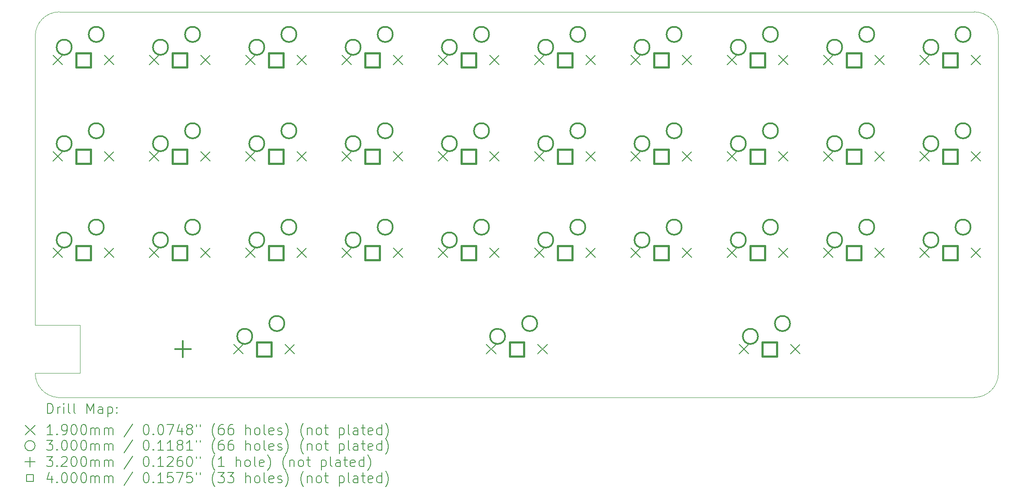
<source format=gbr>
%TF.GenerationSoftware,KiCad,Pcbnew,7.0.2-0*%
%TF.CreationDate,2023-06-01T09:18:06+08:00*%
%TF.ProjectId,Anya,416e7961-2e6b-4696-9361-645f70636258,2*%
%TF.SameCoordinates,PX917e180PY435cdf8*%
%TF.FileFunction,Drillmap*%
%TF.FilePolarity,Positive*%
%FSLAX45Y45*%
G04 Gerber Fmt 4.5, Leading zero omitted, Abs format (unit mm)*
G04 Created by KiCad (PCBNEW 7.0.2-0) date 2023-06-01 09:18:06*
%MOMM*%
%LPD*%
G01*
G04 APERTURE LIST*
%ADD10C,0.100000*%
%ADD11C,0.200000*%
%ADD12C,0.190000*%
%ADD13C,0.300000*%
%ADD14C,0.320000*%
%ADD15C,0.400000*%
G04 APERTURE END LIST*
D10*
X-9525000Y3333750D02*
X-9525000Y-2381250D01*
X-8636000Y-3333750D02*
X-9526057Y-3333750D01*
X-9526057Y-3333750D02*
G75*
G03*
X-9080500Y-3810000I477307J0D01*
G01*
X9048750Y-3810000D02*
G75*
G03*
X9525000Y-3333750I0J476250D01*
G01*
X-9048750Y3810000D02*
G75*
G03*
X-9525000Y3333750I0J-476250D01*
G01*
X-9525000Y-2381250D02*
X-8636000Y-2381250D01*
X-9080500Y-3810000D02*
X9048750Y-3810000D01*
X9525000Y3333750D02*
G75*
G03*
X9048750Y3810000I-476250J0D01*
G01*
X9525000Y-3333750D02*
X9525000Y3333750D01*
X-8636000Y-2381250D02*
X-8636000Y-3333750D01*
X9048750Y3810000D02*
X-9048750Y3810000D01*
D11*
D12*
X-9175500Y2952500D02*
X-8985500Y2762500D01*
X-8985500Y2952500D02*
X-9175500Y2762500D01*
X-9175500Y1047500D02*
X-8985500Y857500D01*
X-8985500Y1047500D02*
X-9175500Y857500D01*
X-9175500Y-857500D02*
X-8985500Y-1047500D01*
X-8985500Y-857500D02*
X-9175500Y-1047500D01*
X-8159500Y2952500D02*
X-7969500Y2762500D01*
X-7969500Y2952500D02*
X-8159500Y2762500D01*
X-8159500Y1047500D02*
X-7969500Y857500D01*
X-7969500Y1047500D02*
X-8159500Y857500D01*
X-8159500Y-857500D02*
X-7969500Y-1047500D01*
X-7969500Y-857500D02*
X-8159500Y-1047500D01*
X-7270500Y2952500D02*
X-7080500Y2762500D01*
X-7080500Y2952500D02*
X-7270500Y2762500D01*
X-7270500Y1047500D02*
X-7080500Y857500D01*
X-7080500Y1047500D02*
X-7270500Y857500D01*
X-7270500Y-857500D02*
X-7080500Y-1047500D01*
X-7080500Y-857500D02*
X-7270500Y-1047500D01*
X-6254500Y2952500D02*
X-6064500Y2762500D01*
X-6064500Y2952500D02*
X-6254500Y2762500D01*
X-6254500Y1047500D02*
X-6064500Y857500D01*
X-6064500Y1047500D02*
X-6254500Y857500D01*
X-6254500Y-857500D02*
X-6064500Y-1047500D01*
X-6064500Y-857500D02*
X-6254500Y-1047500D01*
X-5603625Y-2762500D02*
X-5413625Y-2952500D01*
X-5413625Y-2762500D02*
X-5603625Y-2952500D01*
X-5365500Y2952500D02*
X-5175500Y2762500D01*
X-5175500Y2952500D02*
X-5365500Y2762500D01*
X-5365500Y1047500D02*
X-5175500Y857500D01*
X-5175500Y1047500D02*
X-5365500Y857500D01*
X-5365500Y-857500D02*
X-5175500Y-1047500D01*
X-5175500Y-857500D02*
X-5365500Y-1047500D01*
X-4587625Y-2762500D02*
X-4397625Y-2952500D01*
X-4397625Y-2762500D02*
X-4587625Y-2952500D01*
X-4349500Y2952500D02*
X-4159500Y2762500D01*
X-4159500Y2952500D02*
X-4349500Y2762500D01*
X-4349500Y1047500D02*
X-4159500Y857500D01*
X-4159500Y1047500D02*
X-4349500Y857500D01*
X-4349500Y-857500D02*
X-4159500Y-1047500D01*
X-4159500Y-857500D02*
X-4349500Y-1047500D01*
X-3460500Y2952500D02*
X-3270500Y2762500D01*
X-3270500Y2952500D02*
X-3460500Y2762500D01*
X-3460500Y1047500D02*
X-3270500Y857500D01*
X-3270500Y1047500D02*
X-3460500Y857500D01*
X-3460500Y-857500D02*
X-3270500Y-1047500D01*
X-3270500Y-857500D02*
X-3460500Y-1047500D01*
X-2444500Y2952500D02*
X-2254500Y2762500D01*
X-2254500Y2952500D02*
X-2444500Y2762500D01*
X-2444500Y1047500D02*
X-2254500Y857500D01*
X-2254500Y1047500D02*
X-2444500Y857500D01*
X-2444500Y-857500D02*
X-2254500Y-1047500D01*
X-2254500Y-857500D02*
X-2444500Y-1047500D01*
X-1555500Y2952500D02*
X-1365500Y2762500D01*
X-1365500Y2952500D02*
X-1555500Y2762500D01*
X-1555500Y1047500D02*
X-1365500Y857500D01*
X-1365500Y1047500D02*
X-1555500Y857500D01*
X-1555500Y-857500D02*
X-1365500Y-1047500D01*
X-1365500Y-857500D02*
X-1555500Y-1047500D01*
X-603000Y-2762500D02*
X-413000Y-2952500D01*
X-413000Y-2762500D02*
X-603000Y-2952500D01*
X-539500Y2952500D02*
X-349500Y2762500D01*
X-349500Y2952500D02*
X-539500Y2762500D01*
X-539500Y1047500D02*
X-349500Y857500D01*
X-349500Y1047500D02*
X-539500Y857500D01*
X-539500Y-857500D02*
X-349500Y-1047500D01*
X-349500Y-857500D02*
X-539500Y-1047500D01*
X349500Y2952500D02*
X539500Y2762500D01*
X539500Y2952500D02*
X349500Y2762500D01*
X349500Y1047500D02*
X539500Y857500D01*
X539500Y1047500D02*
X349500Y857500D01*
X349500Y-857500D02*
X539500Y-1047500D01*
X539500Y-857500D02*
X349500Y-1047500D01*
X413000Y-2762500D02*
X603000Y-2952500D01*
X603000Y-2762500D02*
X413000Y-2952500D01*
X1365500Y2952500D02*
X1555500Y2762500D01*
X1555500Y2952500D02*
X1365500Y2762500D01*
X1365500Y1047500D02*
X1555500Y857500D01*
X1555500Y1047500D02*
X1365500Y857500D01*
X1365500Y-857500D02*
X1555500Y-1047500D01*
X1555500Y-857500D02*
X1365500Y-1047500D01*
X2254500Y2952500D02*
X2444500Y2762500D01*
X2444500Y2952500D02*
X2254500Y2762500D01*
X2254500Y1047500D02*
X2444500Y857500D01*
X2444500Y1047500D02*
X2254500Y857500D01*
X2254500Y-857500D02*
X2444500Y-1047500D01*
X2444500Y-857500D02*
X2254500Y-1047500D01*
X3270500Y2952500D02*
X3460500Y2762500D01*
X3460500Y2952500D02*
X3270500Y2762500D01*
X3270500Y1047500D02*
X3460500Y857500D01*
X3460500Y1047500D02*
X3270500Y857500D01*
X3270500Y-857500D02*
X3460500Y-1047500D01*
X3460500Y-857500D02*
X3270500Y-1047500D01*
X4159500Y2952500D02*
X4349500Y2762500D01*
X4349500Y2952500D02*
X4159500Y2762500D01*
X4159500Y1047500D02*
X4349500Y857500D01*
X4349500Y1047500D02*
X4159500Y857500D01*
X4159500Y-857500D02*
X4349500Y-1047500D01*
X4349500Y-857500D02*
X4159500Y-1047500D01*
X4397625Y-2762500D02*
X4587625Y-2952500D01*
X4587625Y-2762500D02*
X4397625Y-2952500D01*
X5175500Y2952500D02*
X5365500Y2762500D01*
X5365500Y2952500D02*
X5175500Y2762500D01*
X5175500Y1047500D02*
X5365500Y857500D01*
X5365500Y1047500D02*
X5175500Y857500D01*
X5175500Y-857500D02*
X5365500Y-1047500D01*
X5365500Y-857500D02*
X5175500Y-1047500D01*
X5413625Y-2762500D02*
X5603625Y-2952500D01*
X5603625Y-2762500D02*
X5413625Y-2952500D01*
X6064500Y2952500D02*
X6254500Y2762500D01*
X6254500Y2952500D02*
X6064500Y2762500D01*
X6064500Y1047500D02*
X6254500Y857500D01*
X6254500Y1047500D02*
X6064500Y857500D01*
X6064500Y-857500D02*
X6254500Y-1047500D01*
X6254500Y-857500D02*
X6064500Y-1047500D01*
X7080500Y2952500D02*
X7270500Y2762500D01*
X7270500Y2952500D02*
X7080500Y2762500D01*
X7080500Y1047500D02*
X7270500Y857500D01*
X7270500Y1047500D02*
X7080500Y857500D01*
X7080500Y-857500D02*
X7270500Y-1047500D01*
X7270500Y-857500D02*
X7080500Y-1047500D01*
X7969500Y2952500D02*
X8159500Y2762500D01*
X8159500Y2952500D02*
X7969500Y2762500D01*
X7969500Y1047500D02*
X8159500Y857500D01*
X8159500Y1047500D02*
X7969500Y857500D01*
X7969500Y-857500D02*
X8159500Y-1047500D01*
X8159500Y-857500D02*
X7969500Y-1047500D01*
X8985500Y2952500D02*
X9175500Y2762500D01*
X9175500Y2952500D02*
X8985500Y2762500D01*
X8985500Y1047500D02*
X9175500Y857500D01*
X9175500Y1047500D02*
X8985500Y857500D01*
X8985500Y-857500D02*
X9175500Y-1047500D01*
X9175500Y-857500D02*
X8985500Y-1047500D01*
D13*
X-8803500Y3111500D02*
G75*
G03*
X-8803500Y3111500I-150000J0D01*
G01*
X-8803500Y1206500D02*
G75*
G03*
X-8803500Y1206500I-150000J0D01*
G01*
X-8803500Y-698500D02*
G75*
G03*
X-8803500Y-698500I-150000J0D01*
G01*
X-8168500Y3365500D02*
G75*
G03*
X-8168500Y3365500I-150000J0D01*
G01*
X-8168500Y1460500D02*
G75*
G03*
X-8168500Y1460500I-150000J0D01*
G01*
X-8168500Y-444500D02*
G75*
G03*
X-8168500Y-444500I-150000J0D01*
G01*
X-6898500Y3111500D02*
G75*
G03*
X-6898500Y3111500I-150000J0D01*
G01*
X-6898500Y1206500D02*
G75*
G03*
X-6898500Y1206500I-150000J0D01*
G01*
X-6898500Y-698500D02*
G75*
G03*
X-6898500Y-698500I-150000J0D01*
G01*
X-6263500Y3365500D02*
G75*
G03*
X-6263500Y3365500I-150000J0D01*
G01*
X-6263500Y1460500D02*
G75*
G03*
X-6263500Y1460500I-150000J0D01*
G01*
X-6263500Y-444500D02*
G75*
G03*
X-6263500Y-444500I-150000J0D01*
G01*
X-5231625Y-2603500D02*
G75*
G03*
X-5231625Y-2603500I-150000J0D01*
G01*
X-4993500Y3111500D02*
G75*
G03*
X-4993500Y3111500I-150000J0D01*
G01*
X-4993500Y1206500D02*
G75*
G03*
X-4993500Y1206500I-150000J0D01*
G01*
X-4993500Y-698500D02*
G75*
G03*
X-4993500Y-698500I-150000J0D01*
G01*
X-4596625Y-2349500D02*
G75*
G03*
X-4596625Y-2349500I-150000J0D01*
G01*
X-4358500Y3365500D02*
G75*
G03*
X-4358500Y3365500I-150000J0D01*
G01*
X-4358500Y1460500D02*
G75*
G03*
X-4358500Y1460500I-150000J0D01*
G01*
X-4358500Y-444500D02*
G75*
G03*
X-4358500Y-444500I-150000J0D01*
G01*
X-3088500Y3111500D02*
G75*
G03*
X-3088500Y3111500I-150000J0D01*
G01*
X-3088500Y1206500D02*
G75*
G03*
X-3088500Y1206500I-150000J0D01*
G01*
X-3088500Y-698500D02*
G75*
G03*
X-3088500Y-698500I-150000J0D01*
G01*
X-2453500Y3365500D02*
G75*
G03*
X-2453500Y3365500I-150000J0D01*
G01*
X-2453500Y1460500D02*
G75*
G03*
X-2453500Y1460500I-150000J0D01*
G01*
X-2453500Y-444500D02*
G75*
G03*
X-2453500Y-444500I-150000J0D01*
G01*
X-1183500Y3111500D02*
G75*
G03*
X-1183500Y3111500I-150000J0D01*
G01*
X-1183500Y1206500D02*
G75*
G03*
X-1183500Y1206500I-150000J0D01*
G01*
X-1183500Y-698500D02*
G75*
G03*
X-1183500Y-698500I-150000J0D01*
G01*
X-548500Y3365500D02*
G75*
G03*
X-548500Y3365500I-150000J0D01*
G01*
X-548500Y1460500D02*
G75*
G03*
X-548500Y1460500I-150000J0D01*
G01*
X-548500Y-444500D02*
G75*
G03*
X-548500Y-444500I-150000J0D01*
G01*
X-231000Y-2603500D02*
G75*
G03*
X-231000Y-2603500I-150000J0D01*
G01*
X404000Y-2349500D02*
G75*
G03*
X404000Y-2349500I-150000J0D01*
G01*
X721500Y3111500D02*
G75*
G03*
X721500Y3111500I-150000J0D01*
G01*
X721500Y1206500D02*
G75*
G03*
X721500Y1206500I-150000J0D01*
G01*
X721500Y-698500D02*
G75*
G03*
X721500Y-698500I-150000J0D01*
G01*
X1356500Y3365500D02*
G75*
G03*
X1356500Y3365500I-150000J0D01*
G01*
X1356500Y1460500D02*
G75*
G03*
X1356500Y1460500I-150000J0D01*
G01*
X1356500Y-444500D02*
G75*
G03*
X1356500Y-444500I-150000J0D01*
G01*
X2626500Y3111500D02*
G75*
G03*
X2626500Y3111500I-150000J0D01*
G01*
X2626500Y1206500D02*
G75*
G03*
X2626500Y1206500I-150000J0D01*
G01*
X2626500Y-698500D02*
G75*
G03*
X2626500Y-698500I-150000J0D01*
G01*
X3261500Y3365500D02*
G75*
G03*
X3261500Y3365500I-150000J0D01*
G01*
X3261500Y1460500D02*
G75*
G03*
X3261500Y1460500I-150000J0D01*
G01*
X3261500Y-444500D02*
G75*
G03*
X3261500Y-444500I-150000J0D01*
G01*
X4531500Y3111500D02*
G75*
G03*
X4531500Y3111500I-150000J0D01*
G01*
X4531500Y1206500D02*
G75*
G03*
X4531500Y1206500I-150000J0D01*
G01*
X4531500Y-698500D02*
G75*
G03*
X4531500Y-698500I-150000J0D01*
G01*
X4769625Y-2603500D02*
G75*
G03*
X4769625Y-2603500I-150000J0D01*
G01*
X5166500Y3365500D02*
G75*
G03*
X5166500Y3365500I-150000J0D01*
G01*
X5166500Y1460500D02*
G75*
G03*
X5166500Y1460500I-150000J0D01*
G01*
X5166500Y-444500D02*
G75*
G03*
X5166500Y-444500I-150000J0D01*
G01*
X5404625Y-2349500D02*
G75*
G03*
X5404625Y-2349500I-150000J0D01*
G01*
X6436500Y3111500D02*
G75*
G03*
X6436500Y3111500I-150000J0D01*
G01*
X6436500Y1206500D02*
G75*
G03*
X6436500Y1206500I-150000J0D01*
G01*
X6436500Y-698500D02*
G75*
G03*
X6436500Y-698500I-150000J0D01*
G01*
X7071500Y3365500D02*
G75*
G03*
X7071500Y3365500I-150000J0D01*
G01*
X7071500Y1460500D02*
G75*
G03*
X7071500Y1460500I-150000J0D01*
G01*
X7071500Y-444500D02*
G75*
G03*
X7071500Y-444500I-150000J0D01*
G01*
X8341500Y3111500D02*
G75*
G03*
X8341500Y3111500I-150000J0D01*
G01*
X8341500Y1206500D02*
G75*
G03*
X8341500Y1206500I-150000J0D01*
G01*
X8341500Y-698500D02*
G75*
G03*
X8341500Y-698500I-150000J0D01*
G01*
X8976500Y3365500D02*
G75*
G03*
X8976500Y3365500I-150000J0D01*
G01*
X8976500Y1460500D02*
G75*
G03*
X8976500Y1460500I-150000J0D01*
G01*
X8976500Y-444500D02*
G75*
G03*
X8976500Y-444500I-150000J0D01*
G01*
D14*
X-6604000Y-2697500D02*
X-6604000Y-3017500D01*
X-6764000Y-2857500D02*
X-6444000Y-2857500D01*
D15*
X-8431077Y2716077D02*
X-8431077Y2998923D01*
X-8713923Y2998923D01*
X-8713923Y2716077D01*
X-8431077Y2716077D01*
X-8431077Y811077D02*
X-8431077Y1093923D01*
X-8713923Y1093923D01*
X-8713923Y811077D01*
X-8431077Y811077D01*
X-8431077Y-1093923D02*
X-8431077Y-811077D01*
X-8713923Y-811077D01*
X-8713923Y-1093923D01*
X-8431077Y-1093923D01*
X-6526077Y2716077D02*
X-6526077Y2998923D01*
X-6808923Y2998923D01*
X-6808923Y2716077D01*
X-6526077Y2716077D01*
X-6526077Y811077D02*
X-6526077Y1093923D01*
X-6808923Y1093923D01*
X-6808923Y811077D01*
X-6526077Y811077D01*
X-6526077Y-1093923D02*
X-6526077Y-811077D01*
X-6808923Y-811077D01*
X-6808923Y-1093923D01*
X-6526077Y-1093923D01*
X-4859202Y-2998923D02*
X-4859202Y-2716077D01*
X-5142048Y-2716077D01*
X-5142048Y-2998923D01*
X-4859202Y-2998923D01*
X-4621077Y2716077D02*
X-4621077Y2998923D01*
X-4903923Y2998923D01*
X-4903923Y2716077D01*
X-4621077Y2716077D01*
X-4621077Y811077D02*
X-4621077Y1093923D01*
X-4903923Y1093923D01*
X-4903923Y811077D01*
X-4621077Y811077D01*
X-4621077Y-1093923D02*
X-4621077Y-811077D01*
X-4903923Y-811077D01*
X-4903923Y-1093923D01*
X-4621077Y-1093923D01*
X-2716077Y2716077D02*
X-2716077Y2998923D01*
X-2998923Y2998923D01*
X-2998923Y2716077D01*
X-2716077Y2716077D01*
X-2716077Y811077D02*
X-2716077Y1093923D01*
X-2998923Y1093923D01*
X-2998923Y811077D01*
X-2716077Y811077D01*
X-2716077Y-1093923D02*
X-2716077Y-811077D01*
X-2998923Y-811077D01*
X-2998923Y-1093923D01*
X-2716077Y-1093923D01*
X-811077Y2716077D02*
X-811077Y2998923D01*
X-1093923Y2998923D01*
X-1093923Y2716077D01*
X-811077Y2716077D01*
X-811077Y811077D02*
X-811077Y1093923D01*
X-1093923Y1093923D01*
X-1093923Y811077D01*
X-811077Y811077D01*
X-811077Y-1093923D02*
X-811077Y-811077D01*
X-1093923Y-811077D01*
X-1093923Y-1093923D01*
X-811077Y-1093923D01*
X141423Y-2998923D02*
X141423Y-2716077D01*
X-141423Y-2716077D01*
X-141423Y-2998923D01*
X141423Y-2998923D01*
X1093923Y2716077D02*
X1093923Y2998923D01*
X811077Y2998923D01*
X811077Y2716077D01*
X1093923Y2716077D01*
X1093923Y811077D02*
X1093923Y1093923D01*
X811077Y1093923D01*
X811077Y811077D01*
X1093923Y811077D01*
X1093923Y-1093923D02*
X1093923Y-811077D01*
X811077Y-811077D01*
X811077Y-1093923D01*
X1093923Y-1093923D01*
X2998923Y2716077D02*
X2998923Y2998923D01*
X2716077Y2998923D01*
X2716077Y2716077D01*
X2998923Y2716077D01*
X2998923Y811077D02*
X2998923Y1093923D01*
X2716077Y1093923D01*
X2716077Y811077D01*
X2998923Y811077D01*
X2998923Y-1093923D02*
X2998923Y-811077D01*
X2716077Y-811077D01*
X2716077Y-1093923D01*
X2998923Y-1093923D01*
X4903923Y2716077D02*
X4903923Y2998923D01*
X4621077Y2998923D01*
X4621077Y2716077D01*
X4903923Y2716077D01*
X4903923Y811077D02*
X4903923Y1093923D01*
X4621077Y1093923D01*
X4621077Y811077D01*
X4903923Y811077D01*
X4903923Y-1093923D02*
X4903923Y-811077D01*
X4621077Y-811077D01*
X4621077Y-1093923D01*
X4903923Y-1093923D01*
X5142048Y-2998923D02*
X5142048Y-2716077D01*
X4859202Y-2716077D01*
X4859202Y-2998923D01*
X5142048Y-2998923D01*
X6808923Y2716077D02*
X6808923Y2998923D01*
X6526077Y2998923D01*
X6526077Y2716077D01*
X6808923Y2716077D01*
X6808923Y811077D02*
X6808923Y1093923D01*
X6526077Y1093923D01*
X6526077Y811077D01*
X6808923Y811077D01*
X6808923Y-1093923D02*
X6808923Y-811077D01*
X6526077Y-811077D01*
X6526077Y-1093923D01*
X6808923Y-1093923D01*
X8713923Y2716077D02*
X8713923Y2998923D01*
X8431077Y2998923D01*
X8431077Y2716077D01*
X8713923Y2716077D01*
X8713923Y811077D02*
X8713923Y1093923D01*
X8431077Y1093923D01*
X8431077Y811077D01*
X8713923Y811077D01*
X8713923Y-1093923D02*
X8713923Y-811077D01*
X8431077Y-811077D01*
X8431077Y-1093923D01*
X8713923Y-1093923D01*
D11*
X-9283438Y-4127524D02*
X-9283438Y-3927524D01*
X-9283438Y-3927524D02*
X-9235819Y-3927524D01*
X-9235819Y-3927524D02*
X-9207248Y-3937048D01*
X-9207248Y-3937048D02*
X-9188200Y-3956095D01*
X-9188200Y-3956095D02*
X-9178676Y-3975143D01*
X-9178676Y-3975143D02*
X-9169152Y-4013238D01*
X-9169152Y-4013238D02*
X-9169152Y-4041809D01*
X-9169152Y-4041809D02*
X-9178676Y-4079905D01*
X-9178676Y-4079905D02*
X-9188200Y-4098952D01*
X-9188200Y-4098952D02*
X-9207248Y-4118000D01*
X-9207248Y-4118000D02*
X-9235819Y-4127524D01*
X-9235819Y-4127524D02*
X-9283438Y-4127524D01*
X-9083438Y-4127524D02*
X-9083438Y-3994190D01*
X-9083438Y-4032286D02*
X-9073914Y-4013238D01*
X-9073914Y-4013238D02*
X-9064391Y-4003714D01*
X-9064391Y-4003714D02*
X-9045343Y-3994190D01*
X-9045343Y-3994190D02*
X-9026295Y-3994190D01*
X-8959629Y-4127524D02*
X-8959629Y-3994190D01*
X-8959629Y-3927524D02*
X-8969152Y-3937048D01*
X-8969152Y-3937048D02*
X-8959629Y-3946571D01*
X-8959629Y-3946571D02*
X-8950105Y-3937048D01*
X-8950105Y-3937048D02*
X-8959629Y-3927524D01*
X-8959629Y-3927524D02*
X-8959629Y-3946571D01*
X-8835819Y-4127524D02*
X-8854867Y-4118000D01*
X-8854867Y-4118000D02*
X-8864391Y-4098952D01*
X-8864391Y-4098952D02*
X-8864391Y-3927524D01*
X-8731057Y-4127524D02*
X-8750105Y-4118000D01*
X-8750105Y-4118000D02*
X-8759629Y-4098952D01*
X-8759629Y-4098952D02*
X-8759629Y-3927524D01*
X-8502486Y-4127524D02*
X-8502486Y-3927524D01*
X-8502486Y-3927524D02*
X-8435819Y-4070381D01*
X-8435819Y-4070381D02*
X-8369152Y-3927524D01*
X-8369152Y-3927524D02*
X-8369152Y-4127524D01*
X-8188200Y-4127524D02*
X-8188200Y-4022762D01*
X-8188200Y-4022762D02*
X-8197724Y-4003714D01*
X-8197724Y-4003714D02*
X-8216771Y-3994190D01*
X-8216771Y-3994190D02*
X-8254867Y-3994190D01*
X-8254867Y-3994190D02*
X-8273914Y-4003714D01*
X-8188200Y-4118000D02*
X-8207248Y-4127524D01*
X-8207248Y-4127524D02*
X-8254867Y-4127524D01*
X-8254867Y-4127524D02*
X-8273914Y-4118000D01*
X-8273914Y-4118000D02*
X-8283438Y-4098952D01*
X-8283438Y-4098952D02*
X-8283438Y-4079905D01*
X-8283438Y-4079905D02*
X-8273914Y-4060857D01*
X-8273914Y-4060857D02*
X-8254867Y-4051333D01*
X-8254867Y-4051333D02*
X-8207248Y-4051333D01*
X-8207248Y-4051333D02*
X-8188200Y-4041809D01*
X-8092962Y-3994190D02*
X-8092962Y-4194190D01*
X-8092962Y-4003714D02*
X-8073914Y-3994190D01*
X-8073914Y-3994190D02*
X-8035819Y-3994190D01*
X-8035819Y-3994190D02*
X-8016771Y-4003714D01*
X-8016771Y-4003714D02*
X-8007248Y-4013238D01*
X-8007248Y-4013238D02*
X-7997724Y-4032286D01*
X-7997724Y-4032286D02*
X-7997724Y-4089428D01*
X-7997724Y-4089428D02*
X-8007248Y-4108476D01*
X-8007248Y-4108476D02*
X-8016771Y-4118000D01*
X-8016771Y-4118000D02*
X-8035819Y-4127524D01*
X-8035819Y-4127524D02*
X-8073914Y-4127524D01*
X-8073914Y-4127524D02*
X-8092962Y-4118000D01*
X-7912009Y-4108476D02*
X-7902486Y-4118000D01*
X-7902486Y-4118000D02*
X-7912009Y-4127524D01*
X-7912009Y-4127524D02*
X-7921533Y-4118000D01*
X-7921533Y-4118000D02*
X-7912009Y-4108476D01*
X-7912009Y-4108476D02*
X-7912009Y-4127524D01*
X-7912009Y-4003714D02*
X-7902486Y-4013238D01*
X-7902486Y-4013238D02*
X-7912009Y-4022762D01*
X-7912009Y-4022762D02*
X-7921533Y-4013238D01*
X-7921533Y-4013238D02*
X-7912009Y-4003714D01*
X-7912009Y-4003714D02*
X-7912009Y-4022762D01*
D12*
X-9721057Y-4360000D02*
X-9531057Y-4550000D01*
X-9531057Y-4360000D02*
X-9721057Y-4550000D01*
D11*
X-9178676Y-4547524D02*
X-9292962Y-4547524D01*
X-9235819Y-4547524D02*
X-9235819Y-4347524D01*
X-9235819Y-4347524D02*
X-9254867Y-4376095D01*
X-9254867Y-4376095D02*
X-9273914Y-4395143D01*
X-9273914Y-4395143D02*
X-9292962Y-4404667D01*
X-9092962Y-4528476D02*
X-9083438Y-4538000D01*
X-9083438Y-4538000D02*
X-9092962Y-4547524D01*
X-9092962Y-4547524D02*
X-9102486Y-4538000D01*
X-9102486Y-4538000D02*
X-9092962Y-4528476D01*
X-9092962Y-4528476D02*
X-9092962Y-4547524D01*
X-8988200Y-4547524D02*
X-8950105Y-4547524D01*
X-8950105Y-4547524D02*
X-8931057Y-4538000D01*
X-8931057Y-4538000D02*
X-8921533Y-4528476D01*
X-8921533Y-4528476D02*
X-8902486Y-4499905D01*
X-8902486Y-4499905D02*
X-8892962Y-4461810D01*
X-8892962Y-4461810D02*
X-8892962Y-4385619D01*
X-8892962Y-4385619D02*
X-8902486Y-4366571D01*
X-8902486Y-4366571D02*
X-8912010Y-4357048D01*
X-8912010Y-4357048D02*
X-8931057Y-4347524D01*
X-8931057Y-4347524D02*
X-8969152Y-4347524D01*
X-8969152Y-4347524D02*
X-8988200Y-4357048D01*
X-8988200Y-4357048D02*
X-8997724Y-4366571D01*
X-8997724Y-4366571D02*
X-9007248Y-4385619D01*
X-9007248Y-4385619D02*
X-9007248Y-4433238D01*
X-9007248Y-4433238D02*
X-8997724Y-4452286D01*
X-8997724Y-4452286D02*
X-8988200Y-4461810D01*
X-8988200Y-4461810D02*
X-8969152Y-4471333D01*
X-8969152Y-4471333D02*
X-8931057Y-4471333D01*
X-8931057Y-4471333D02*
X-8912010Y-4461810D01*
X-8912010Y-4461810D02*
X-8902486Y-4452286D01*
X-8902486Y-4452286D02*
X-8892962Y-4433238D01*
X-8769152Y-4347524D02*
X-8750105Y-4347524D01*
X-8750105Y-4347524D02*
X-8731057Y-4357048D01*
X-8731057Y-4357048D02*
X-8721533Y-4366571D01*
X-8721533Y-4366571D02*
X-8712010Y-4385619D01*
X-8712010Y-4385619D02*
X-8702486Y-4423714D01*
X-8702486Y-4423714D02*
X-8702486Y-4471333D01*
X-8702486Y-4471333D02*
X-8712010Y-4509429D01*
X-8712010Y-4509429D02*
X-8721533Y-4528476D01*
X-8721533Y-4528476D02*
X-8731057Y-4538000D01*
X-8731057Y-4538000D02*
X-8750105Y-4547524D01*
X-8750105Y-4547524D02*
X-8769152Y-4547524D01*
X-8769152Y-4547524D02*
X-8788200Y-4538000D01*
X-8788200Y-4538000D02*
X-8797724Y-4528476D01*
X-8797724Y-4528476D02*
X-8807248Y-4509429D01*
X-8807248Y-4509429D02*
X-8816771Y-4471333D01*
X-8816771Y-4471333D02*
X-8816771Y-4423714D01*
X-8816771Y-4423714D02*
X-8807248Y-4385619D01*
X-8807248Y-4385619D02*
X-8797724Y-4366571D01*
X-8797724Y-4366571D02*
X-8788200Y-4357048D01*
X-8788200Y-4357048D02*
X-8769152Y-4347524D01*
X-8578676Y-4347524D02*
X-8559629Y-4347524D01*
X-8559629Y-4347524D02*
X-8540581Y-4357048D01*
X-8540581Y-4357048D02*
X-8531057Y-4366571D01*
X-8531057Y-4366571D02*
X-8521533Y-4385619D01*
X-8521533Y-4385619D02*
X-8512010Y-4423714D01*
X-8512010Y-4423714D02*
X-8512010Y-4471333D01*
X-8512010Y-4471333D02*
X-8521533Y-4509429D01*
X-8521533Y-4509429D02*
X-8531057Y-4528476D01*
X-8531057Y-4528476D02*
X-8540581Y-4538000D01*
X-8540581Y-4538000D02*
X-8559629Y-4547524D01*
X-8559629Y-4547524D02*
X-8578676Y-4547524D01*
X-8578676Y-4547524D02*
X-8597724Y-4538000D01*
X-8597724Y-4538000D02*
X-8607248Y-4528476D01*
X-8607248Y-4528476D02*
X-8616771Y-4509429D01*
X-8616771Y-4509429D02*
X-8626295Y-4471333D01*
X-8626295Y-4471333D02*
X-8626295Y-4423714D01*
X-8626295Y-4423714D02*
X-8616771Y-4385619D01*
X-8616771Y-4385619D02*
X-8607248Y-4366571D01*
X-8607248Y-4366571D02*
X-8597724Y-4357048D01*
X-8597724Y-4357048D02*
X-8578676Y-4347524D01*
X-8426295Y-4547524D02*
X-8426295Y-4414190D01*
X-8426295Y-4433238D02*
X-8416771Y-4423714D01*
X-8416771Y-4423714D02*
X-8397724Y-4414190D01*
X-8397724Y-4414190D02*
X-8369152Y-4414190D01*
X-8369152Y-4414190D02*
X-8350105Y-4423714D01*
X-8350105Y-4423714D02*
X-8340581Y-4442762D01*
X-8340581Y-4442762D02*
X-8340581Y-4547524D01*
X-8340581Y-4442762D02*
X-8331057Y-4423714D01*
X-8331057Y-4423714D02*
X-8312009Y-4414190D01*
X-8312009Y-4414190D02*
X-8283438Y-4414190D01*
X-8283438Y-4414190D02*
X-8264390Y-4423714D01*
X-8264390Y-4423714D02*
X-8254867Y-4442762D01*
X-8254867Y-4442762D02*
X-8254867Y-4547524D01*
X-8159628Y-4547524D02*
X-8159628Y-4414190D01*
X-8159628Y-4433238D02*
X-8150105Y-4423714D01*
X-8150105Y-4423714D02*
X-8131057Y-4414190D01*
X-8131057Y-4414190D02*
X-8102486Y-4414190D01*
X-8102486Y-4414190D02*
X-8083438Y-4423714D01*
X-8083438Y-4423714D02*
X-8073914Y-4442762D01*
X-8073914Y-4442762D02*
X-8073914Y-4547524D01*
X-8073914Y-4442762D02*
X-8064390Y-4423714D01*
X-8064390Y-4423714D02*
X-8045343Y-4414190D01*
X-8045343Y-4414190D02*
X-8016771Y-4414190D01*
X-8016771Y-4414190D02*
X-7997724Y-4423714D01*
X-7997724Y-4423714D02*
X-7988200Y-4442762D01*
X-7988200Y-4442762D02*
X-7988200Y-4547524D01*
X-7597724Y-4338000D02*
X-7769152Y-4595143D01*
X-7340581Y-4347524D02*
X-7321533Y-4347524D01*
X-7321533Y-4347524D02*
X-7302485Y-4357048D01*
X-7302485Y-4357048D02*
X-7292962Y-4366571D01*
X-7292962Y-4366571D02*
X-7283438Y-4385619D01*
X-7283438Y-4385619D02*
X-7273914Y-4423714D01*
X-7273914Y-4423714D02*
X-7273914Y-4471333D01*
X-7273914Y-4471333D02*
X-7283438Y-4509429D01*
X-7283438Y-4509429D02*
X-7292962Y-4528476D01*
X-7292962Y-4528476D02*
X-7302485Y-4538000D01*
X-7302485Y-4538000D02*
X-7321533Y-4547524D01*
X-7321533Y-4547524D02*
X-7340581Y-4547524D01*
X-7340581Y-4547524D02*
X-7359628Y-4538000D01*
X-7359628Y-4538000D02*
X-7369152Y-4528476D01*
X-7369152Y-4528476D02*
X-7378676Y-4509429D01*
X-7378676Y-4509429D02*
X-7388200Y-4471333D01*
X-7388200Y-4471333D02*
X-7388200Y-4423714D01*
X-7388200Y-4423714D02*
X-7378676Y-4385619D01*
X-7378676Y-4385619D02*
X-7369152Y-4366571D01*
X-7369152Y-4366571D02*
X-7359628Y-4357048D01*
X-7359628Y-4357048D02*
X-7340581Y-4347524D01*
X-7188200Y-4528476D02*
X-7178676Y-4538000D01*
X-7178676Y-4538000D02*
X-7188200Y-4547524D01*
X-7188200Y-4547524D02*
X-7197724Y-4538000D01*
X-7197724Y-4538000D02*
X-7188200Y-4528476D01*
X-7188200Y-4528476D02*
X-7188200Y-4547524D01*
X-7054866Y-4347524D02*
X-7035819Y-4347524D01*
X-7035819Y-4347524D02*
X-7016771Y-4357048D01*
X-7016771Y-4357048D02*
X-7007247Y-4366571D01*
X-7007247Y-4366571D02*
X-6997724Y-4385619D01*
X-6997724Y-4385619D02*
X-6988200Y-4423714D01*
X-6988200Y-4423714D02*
X-6988200Y-4471333D01*
X-6988200Y-4471333D02*
X-6997724Y-4509429D01*
X-6997724Y-4509429D02*
X-7007247Y-4528476D01*
X-7007247Y-4528476D02*
X-7016771Y-4538000D01*
X-7016771Y-4538000D02*
X-7035819Y-4547524D01*
X-7035819Y-4547524D02*
X-7054866Y-4547524D01*
X-7054866Y-4547524D02*
X-7073914Y-4538000D01*
X-7073914Y-4538000D02*
X-7083438Y-4528476D01*
X-7083438Y-4528476D02*
X-7092962Y-4509429D01*
X-7092962Y-4509429D02*
X-7102485Y-4471333D01*
X-7102485Y-4471333D02*
X-7102485Y-4423714D01*
X-7102485Y-4423714D02*
X-7092962Y-4385619D01*
X-7092962Y-4385619D02*
X-7083438Y-4366571D01*
X-7083438Y-4366571D02*
X-7073914Y-4357048D01*
X-7073914Y-4357048D02*
X-7054866Y-4347524D01*
X-6921533Y-4347524D02*
X-6788200Y-4347524D01*
X-6788200Y-4347524D02*
X-6873914Y-4547524D01*
X-6626295Y-4414190D02*
X-6626295Y-4547524D01*
X-6673914Y-4338000D02*
X-6721533Y-4480857D01*
X-6721533Y-4480857D02*
X-6597724Y-4480857D01*
X-6492962Y-4433238D02*
X-6512009Y-4423714D01*
X-6512009Y-4423714D02*
X-6521533Y-4414190D01*
X-6521533Y-4414190D02*
X-6531057Y-4395143D01*
X-6531057Y-4395143D02*
X-6531057Y-4385619D01*
X-6531057Y-4385619D02*
X-6521533Y-4366571D01*
X-6521533Y-4366571D02*
X-6512009Y-4357048D01*
X-6512009Y-4357048D02*
X-6492962Y-4347524D01*
X-6492962Y-4347524D02*
X-6454866Y-4347524D01*
X-6454866Y-4347524D02*
X-6435819Y-4357048D01*
X-6435819Y-4357048D02*
X-6426295Y-4366571D01*
X-6426295Y-4366571D02*
X-6416771Y-4385619D01*
X-6416771Y-4385619D02*
X-6416771Y-4395143D01*
X-6416771Y-4395143D02*
X-6426295Y-4414190D01*
X-6426295Y-4414190D02*
X-6435819Y-4423714D01*
X-6435819Y-4423714D02*
X-6454866Y-4433238D01*
X-6454866Y-4433238D02*
X-6492962Y-4433238D01*
X-6492962Y-4433238D02*
X-6512009Y-4442762D01*
X-6512009Y-4442762D02*
X-6521533Y-4452286D01*
X-6521533Y-4452286D02*
X-6531057Y-4471333D01*
X-6531057Y-4471333D02*
X-6531057Y-4509429D01*
X-6531057Y-4509429D02*
X-6521533Y-4528476D01*
X-6521533Y-4528476D02*
X-6512009Y-4538000D01*
X-6512009Y-4538000D02*
X-6492962Y-4547524D01*
X-6492962Y-4547524D02*
X-6454866Y-4547524D01*
X-6454866Y-4547524D02*
X-6435819Y-4538000D01*
X-6435819Y-4538000D02*
X-6426295Y-4528476D01*
X-6426295Y-4528476D02*
X-6416771Y-4509429D01*
X-6416771Y-4509429D02*
X-6416771Y-4471333D01*
X-6416771Y-4471333D02*
X-6426295Y-4452286D01*
X-6426295Y-4452286D02*
X-6435819Y-4442762D01*
X-6435819Y-4442762D02*
X-6454866Y-4433238D01*
X-6340581Y-4347524D02*
X-6340581Y-4385619D01*
X-6264390Y-4347524D02*
X-6264390Y-4385619D01*
X-5969152Y-4623714D02*
X-5978676Y-4614190D01*
X-5978676Y-4614190D02*
X-5997723Y-4585619D01*
X-5997723Y-4585619D02*
X-6007247Y-4566571D01*
X-6007247Y-4566571D02*
X-6016771Y-4538000D01*
X-6016771Y-4538000D02*
X-6026295Y-4490381D01*
X-6026295Y-4490381D02*
X-6026295Y-4452286D01*
X-6026295Y-4452286D02*
X-6016771Y-4404667D01*
X-6016771Y-4404667D02*
X-6007247Y-4376095D01*
X-6007247Y-4376095D02*
X-5997723Y-4357048D01*
X-5997723Y-4357048D02*
X-5978676Y-4328476D01*
X-5978676Y-4328476D02*
X-5969152Y-4318952D01*
X-5807247Y-4347524D02*
X-5845343Y-4347524D01*
X-5845343Y-4347524D02*
X-5864390Y-4357048D01*
X-5864390Y-4357048D02*
X-5873914Y-4366571D01*
X-5873914Y-4366571D02*
X-5892962Y-4395143D01*
X-5892962Y-4395143D02*
X-5902485Y-4433238D01*
X-5902485Y-4433238D02*
X-5902485Y-4509429D01*
X-5902485Y-4509429D02*
X-5892962Y-4528476D01*
X-5892962Y-4528476D02*
X-5883438Y-4538000D01*
X-5883438Y-4538000D02*
X-5864390Y-4547524D01*
X-5864390Y-4547524D02*
X-5826295Y-4547524D01*
X-5826295Y-4547524D02*
X-5807247Y-4538000D01*
X-5807247Y-4538000D02*
X-5797723Y-4528476D01*
X-5797723Y-4528476D02*
X-5788200Y-4509429D01*
X-5788200Y-4509429D02*
X-5788200Y-4461810D01*
X-5788200Y-4461810D02*
X-5797723Y-4442762D01*
X-5797723Y-4442762D02*
X-5807247Y-4433238D01*
X-5807247Y-4433238D02*
X-5826295Y-4423714D01*
X-5826295Y-4423714D02*
X-5864390Y-4423714D01*
X-5864390Y-4423714D02*
X-5883438Y-4433238D01*
X-5883438Y-4433238D02*
X-5892962Y-4442762D01*
X-5892962Y-4442762D02*
X-5902485Y-4461810D01*
X-5616771Y-4347524D02*
X-5654866Y-4347524D01*
X-5654866Y-4347524D02*
X-5673914Y-4357048D01*
X-5673914Y-4357048D02*
X-5683438Y-4366571D01*
X-5683438Y-4366571D02*
X-5702485Y-4395143D01*
X-5702485Y-4395143D02*
X-5712009Y-4433238D01*
X-5712009Y-4433238D02*
X-5712009Y-4509429D01*
X-5712009Y-4509429D02*
X-5702485Y-4528476D01*
X-5702485Y-4528476D02*
X-5692962Y-4538000D01*
X-5692962Y-4538000D02*
X-5673914Y-4547524D01*
X-5673914Y-4547524D02*
X-5635819Y-4547524D01*
X-5635819Y-4547524D02*
X-5616771Y-4538000D01*
X-5616771Y-4538000D02*
X-5607247Y-4528476D01*
X-5607247Y-4528476D02*
X-5597723Y-4509429D01*
X-5597723Y-4509429D02*
X-5597723Y-4461810D01*
X-5597723Y-4461810D02*
X-5607247Y-4442762D01*
X-5607247Y-4442762D02*
X-5616771Y-4433238D01*
X-5616771Y-4433238D02*
X-5635819Y-4423714D01*
X-5635819Y-4423714D02*
X-5673914Y-4423714D01*
X-5673914Y-4423714D02*
X-5692962Y-4433238D01*
X-5692962Y-4433238D02*
X-5702485Y-4442762D01*
X-5702485Y-4442762D02*
X-5712009Y-4461810D01*
X-5359628Y-4547524D02*
X-5359628Y-4347524D01*
X-5273914Y-4547524D02*
X-5273914Y-4442762D01*
X-5273914Y-4442762D02*
X-5283438Y-4423714D01*
X-5283438Y-4423714D02*
X-5302485Y-4414190D01*
X-5302485Y-4414190D02*
X-5331057Y-4414190D01*
X-5331057Y-4414190D02*
X-5350104Y-4423714D01*
X-5350104Y-4423714D02*
X-5359628Y-4433238D01*
X-5150104Y-4547524D02*
X-5169152Y-4538000D01*
X-5169152Y-4538000D02*
X-5178676Y-4528476D01*
X-5178676Y-4528476D02*
X-5188200Y-4509429D01*
X-5188200Y-4509429D02*
X-5188200Y-4452286D01*
X-5188200Y-4452286D02*
X-5178676Y-4433238D01*
X-5178676Y-4433238D02*
X-5169152Y-4423714D01*
X-5169152Y-4423714D02*
X-5150104Y-4414190D01*
X-5150104Y-4414190D02*
X-5121533Y-4414190D01*
X-5121533Y-4414190D02*
X-5102485Y-4423714D01*
X-5102485Y-4423714D02*
X-5092962Y-4433238D01*
X-5092962Y-4433238D02*
X-5083438Y-4452286D01*
X-5083438Y-4452286D02*
X-5083438Y-4509429D01*
X-5083438Y-4509429D02*
X-5092962Y-4528476D01*
X-5092962Y-4528476D02*
X-5102485Y-4538000D01*
X-5102485Y-4538000D02*
X-5121533Y-4547524D01*
X-5121533Y-4547524D02*
X-5150104Y-4547524D01*
X-4969152Y-4547524D02*
X-4988200Y-4538000D01*
X-4988200Y-4538000D02*
X-4997723Y-4518952D01*
X-4997723Y-4518952D02*
X-4997723Y-4347524D01*
X-4816771Y-4538000D02*
X-4835819Y-4547524D01*
X-4835819Y-4547524D02*
X-4873914Y-4547524D01*
X-4873914Y-4547524D02*
X-4892962Y-4538000D01*
X-4892962Y-4538000D02*
X-4902485Y-4518952D01*
X-4902485Y-4518952D02*
X-4902485Y-4442762D01*
X-4902485Y-4442762D02*
X-4892962Y-4423714D01*
X-4892962Y-4423714D02*
X-4873914Y-4414190D01*
X-4873914Y-4414190D02*
X-4835819Y-4414190D01*
X-4835819Y-4414190D02*
X-4816771Y-4423714D01*
X-4816771Y-4423714D02*
X-4807247Y-4442762D01*
X-4807247Y-4442762D02*
X-4807247Y-4461810D01*
X-4807247Y-4461810D02*
X-4902485Y-4480857D01*
X-4731057Y-4538000D02*
X-4712009Y-4547524D01*
X-4712009Y-4547524D02*
X-4673914Y-4547524D01*
X-4673914Y-4547524D02*
X-4654866Y-4538000D01*
X-4654866Y-4538000D02*
X-4645342Y-4518952D01*
X-4645342Y-4518952D02*
X-4645342Y-4509429D01*
X-4645342Y-4509429D02*
X-4654866Y-4490381D01*
X-4654866Y-4490381D02*
X-4673914Y-4480857D01*
X-4673914Y-4480857D02*
X-4702485Y-4480857D01*
X-4702485Y-4480857D02*
X-4721533Y-4471333D01*
X-4721533Y-4471333D02*
X-4731057Y-4452286D01*
X-4731057Y-4452286D02*
X-4731057Y-4442762D01*
X-4731057Y-4442762D02*
X-4721533Y-4423714D01*
X-4721533Y-4423714D02*
X-4702485Y-4414190D01*
X-4702485Y-4414190D02*
X-4673914Y-4414190D01*
X-4673914Y-4414190D02*
X-4654866Y-4423714D01*
X-4578676Y-4623714D02*
X-4569152Y-4614190D01*
X-4569152Y-4614190D02*
X-4550104Y-4585619D01*
X-4550104Y-4585619D02*
X-4540581Y-4566571D01*
X-4540581Y-4566571D02*
X-4531057Y-4538000D01*
X-4531057Y-4538000D02*
X-4521533Y-4490381D01*
X-4521533Y-4490381D02*
X-4521533Y-4452286D01*
X-4521533Y-4452286D02*
X-4531057Y-4404667D01*
X-4531057Y-4404667D02*
X-4540581Y-4376095D01*
X-4540581Y-4376095D02*
X-4550104Y-4357048D01*
X-4550104Y-4357048D02*
X-4569152Y-4328476D01*
X-4569152Y-4328476D02*
X-4578676Y-4318952D01*
X-4216771Y-4623714D02*
X-4226295Y-4614190D01*
X-4226295Y-4614190D02*
X-4245342Y-4585619D01*
X-4245342Y-4585619D02*
X-4254866Y-4566571D01*
X-4254866Y-4566571D02*
X-4264390Y-4538000D01*
X-4264390Y-4538000D02*
X-4273914Y-4490381D01*
X-4273914Y-4490381D02*
X-4273914Y-4452286D01*
X-4273914Y-4452286D02*
X-4264390Y-4404667D01*
X-4264390Y-4404667D02*
X-4254866Y-4376095D01*
X-4254866Y-4376095D02*
X-4245342Y-4357048D01*
X-4245342Y-4357048D02*
X-4226295Y-4328476D01*
X-4226295Y-4328476D02*
X-4216771Y-4318952D01*
X-4140580Y-4414190D02*
X-4140580Y-4547524D01*
X-4140580Y-4433238D02*
X-4131057Y-4423714D01*
X-4131057Y-4423714D02*
X-4112009Y-4414190D01*
X-4112009Y-4414190D02*
X-4083438Y-4414190D01*
X-4083438Y-4414190D02*
X-4064390Y-4423714D01*
X-4064390Y-4423714D02*
X-4054866Y-4442762D01*
X-4054866Y-4442762D02*
X-4054866Y-4547524D01*
X-3931057Y-4547524D02*
X-3950104Y-4538000D01*
X-3950104Y-4538000D02*
X-3959628Y-4528476D01*
X-3959628Y-4528476D02*
X-3969152Y-4509429D01*
X-3969152Y-4509429D02*
X-3969152Y-4452286D01*
X-3969152Y-4452286D02*
X-3959628Y-4433238D01*
X-3959628Y-4433238D02*
X-3950104Y-4423714D01*
X-3950104Y-4423714D02*
X-3931057Y-4414190D01*
X-3931057Y-4414190D02*
X-3902485Y-4414190D01*
X-3902485Y-4414190D02*
X-3883438Y-4423714D01*
X-3883438Y-4423714D02*
X-3873914Y-4433238D01*
X-3873914Y-4433238D02*
X-3864390Y-4452286D01*
X-3864390Y-4452286D02*
X-3864390Y-4509429D01*
X-3864390Y-4509429D02*
X-3873914Y-4528476D01*
X-3873914Y-4528476D02*
X-3883438Y-4538000D01*
X-3883438Y-4538000D02*
X-3902485Y-4547524D01*
X-3902485Y-4547524D02*
X-3931057Y-4547524D01*
X-3807247Y-4414190D02*
X-3731057Y-4414190D01*
X-3778676Y-4347524D02*
X-3778676Y-4518952D01*
X-3778676Y-4518952D02*
X-3769152Y-4538000D01*
X-3769152Y-4538000D02*
X-3750104Y-4547524D01*
X-3750104Y-4547524D02*
X-3731057Y-4547524D01*
X-3512009Y-4414190D02*
X-3512009Y-4614190D01*
X-3512009Y-4423714D02*
X-3492961Y-4414190D01*
X-3492961Y-4414190D02*
X-3454866Y-4414190D01*
X-3454866Y-4414190D02*
X-3435818Y-4423714D01*
X-3435818Y-4423714D02*
X-3426295Y-4433238D01*
X-3426295Y-4433238D02*
X-3416771Y-4452286D01*
X-3416771Y-4452286D02*
X-3416771Y-4509429D01*
X-3416771Y-4509429D02*
X-3426295Y-4528476D01*
X-3426295Y-4528476D02*
X-3435818Y-4538000D01*
X-3435818Y-4538000D02*
X-3454866Y-4547524D01*
X-3454866Y-4547524D02*
X-3492961Y-4547524D01*
X-3492961Y-4547524D02*
X-3512009Y-4538000D01*
X-3302485Y-4547524D02*
X-3321533Y-4538000D01*
X-3321533Y-4538000D02*
X-3331057Y-4518952D01*
X-3331057Y-4518952D02*
X-3331057Y-4347524D01*
X-3140580Y-4547524D02*
X-3140580Y-4442762D01*
X-3140580Y-4442762D02*
X-3150104Y-4423714D01*
X-3150104Y-4423714D02*
X-3169152Y-4414190D01*
X-3169152Y-4414190D02*
X-3207247Y-4414190D01*
X-3207247Y-4414190D02*
X-3226295Y-4423714D01*
X-3140580Y-4538000D02*
X-3159628Y-4547524D01*
X-3159628Y-4547524D02*
X-3207247Y-4547524D01*
X-3207247Y-4547524D02*
X-3226295Y-4538000D01*
X-3226295Y-4538000D02*
X-3235818Y-4518952D01*
X-3235818Y-4518952D02*
X-3235818Y-4499905D01*
X-3235818Y-4499905D02*
X-3226295Y-4480857D01*
X-3226295Y-4480857D02*
X-3207247Y-4471333D01*
X-3207247Y-4471333D02*
X-3159628Y-4471333D01*
X-3159628Y-4471333D02*
X-3140580Y-4461810D01*
X-3073914Y-4414190D02*
X-2997723Y-4414190D01*
X-3045342Y-4347524D02*
X-3045342Y-4518952D01*
X-3045342Y-4518952D02*
X-3035818Y-4538000D01*
X-3035818Y-4538000D02*
X-3016771Y-4547524D01*
X-3016771Y-4547524D02*
X-2997723Y-4547524D01*
X-2854866Y-4538000D02*
X-2873914Y-4547524D01*
X-2873914Y-4547524D02*
X-2912009Y-4547524D01*
X-2912009Y-4547524D02*
X-2931057Y-4538000D01*
X-2931057Y-4538000D02*
X-2940580Y-4518952D01*
X-2940580Y-4518952D02*
X-2940580Y-4442762D01*
X-2940580Y-4442762D02*
X-2931057Y-4423714D01*
X-2931057Y-4423714D02*
X-2912009Y-4414190D01*
X-2912009Y-4414190D02*
X-2873914Y-4414190D01*
X-2873914Y-4414190D02*
X-2854866Y-4423714D01*
X-2854866Y-4423714D02*
X-2845342Y-4442762D01*
X-2845342Y-4442762D02*
X-2845342Y-4461810D01*
X-2845342Y-4461810D02*
X-2940580Y-4480857D01*
X-2673914Y-4547524D02*
X-2673914Y-4347524D01*
X-2673914Y-4538000D02*
X-2692961Y-4547524D01*
X-2692961Y-4547524D02*
X-2731057Y-4547524D01*
X-2731057Y-4547524D02*
X-2750104Y-4538000D01*
X-2750104Y-4538000D02*
X-2759628Y-4528476D01*
X-2759628Y-4528476D02*
X-2769152Y-4509429D01*
X-2769152Y-4509429D02*
X-2769152Y-4452286D01*
X-2769152Y-4452286D02*
X-2759628Y-4433238D01*
X-2759628Y-4433238D02*
X-2750104Y-4423714D01*
X-2750104Y-4423714D02*
X-2731057Y-4414190D01*
X-2731057Y-4414190D02*
X-2692961Y-4414190D01*
X-2692961Y-4414190D02*
X-2673914Y-4423714D01*
X-2597723Y-4623714D02*
X-2588199Y-4614190D01*
X-2588199Y-4614190D02*
X-2569152Y-4585619D01*
X-2569152Y-4585619D02*
X-2559628Y-4566571D01*
X-2559628Y-4566571D02*
X-2550104Y-4538000D01*
X-2550104Y-4538000D02*
X-2540580Y-4490381D01*
X-2540580Y-4490381D02*
X-2540580Y-4452286D01*
X-2540580Y-4452286D02*
X-2550104Y-4404667D01*
X-2550104Y-4404667D02*
X-2559628Y-4376095D01*
X-2559628Y-4376095D02*
X-2569152Y-4357048D01*
X-2569152Y-4357048D02*
X-2588199Y-4328476D01*
X-2588199Y-4328476D02*
X-2597723Y-4318952D01*
X-9531057Y-4765000D02*
G75*
G03*
X-9531057Y-4765000I-100000J0D01*
G01*
X-9302486Y-4657524D02*
X-9178676Y-4657524D01*
X-9178676Y-4657524D02*
X-9245343Y-4733714D01*
X-9245343Y-4733714D02*
X-9216771Y-4733714D01*
X-9216771Y-4733714D02*
X-9197724Y-4743238D01*
X-9197724Y-4743238D02*
X-9188200Y-4752762D01*
X-9188200Y-4752762D02*
X-9178676Y-4771810D01*
X-9178676Y-4771810D02*
X-9178676Y-4819429D01*
X-9178676Y-4819429D02*
X-9188200Y-4838476D01*
X-9188200Y-4838476D02*
X-9197724Y-4848000D01*
X-9197724Y-4848000D02*
X-9216771Y-4857524D01*
X-9216771Y-4857524D02*
X-9273914Y-4857524D01*
X-9273914Y-4857524D02*
X-9292962Y-4848000D01*
X-9292962Y-4848000D02*
X-9302486Y-4838476D01*
X-9092962Y-4838476D02*
X-9083438Y-4848000D01*
X-9083438Y-4848000D02*
X-9092962Y-4857524D01*
X-9092962Y-4857524D02*
X-9102486Y-4848000D01*
X-9102486Y-4848000D02*
X-9092962Y-4838476D01*
X-9092962Y-4838476D02*
X-9092962Y-4857524D01*
X-8959629Y-4657524D02*
X-8940581Y-4657524D01*
X-8940581Y-4657524D02*
X-8921533Y-4667048D01*
X-8921533Y-4667048D02*
X-8912010Y-4676571D01*
X-8912010Y-4676571D02*
X-8902486Y-4695619D01*
X-8902486Y-4695619D02*
X-8892962Y-4733714D01*
X-8892962Y-4733714D02*
X-8892962Y-4781333D01*
X-8892962Y-4781333D02*
X-8902486Y-4819429D01*
X-8902486Y-4819429D02*
X-8912010Y-4838476D01*
X-8912010Y-4838476D02*
X-8921533Y-4848000D01*
X-8921533Y-4848000D02*
X-8940581Y-4857524D01*
X-8940581Y-4857524D02*
X-8959629Y-4857524D01*
X-8959629Y-4857524D02*
X-8978676Y-4848000D01*
X-8978676Y-4848000D02*
X-8988200Y-4838476D01*
X-8988200Y-4838476D02*
X-8997724Y-4819429D01*
X-8997724Y-4819429D02*
X-9007248Y-4781333D01*
X-9007248Y-4781333D02*
X-9007248Y-4733714D01*
X-9007248Y-4733714D02*
X-8997724Y-4695619D01*
X-8997724Y-4695619D02*
X-8988200Y-4676571D01*
X-8988200Y-4676571D02*
X-8978676Y-4667048D01*
X-8978676Y-4667048D02*
X-8959629Y-4657524D01*
X-8769152Y-4657524D02*
X-8750105Y-4657524D01*
X-8750105Y-4657524D02*
X-8731057Y-4667048D01*
X-8731057Y-4667048D02*
X-8721533Y-4676571D01*
X-8721533Y-4676571D02*
X-8712010Y-4695619D01*
X-8712010Y-4695619D02*
X-8702486Y-4733714D01*
X-8702486Y-4733714D02*
X-8702486Y-4781333D01*
X-8702486Y-4781333D02*
X-8712010Y-4819429D01*
X-8712010Y-4819429D02*
X-8721533Y-4838476D01*
X-8721533Y-4838476D02*
X-8731057Y-4848000D01*
X-8731057Y-4848000D02*
X-8750105Y-4857524D01*
X-8750105Y-4857524D02*
X-8769152Y-4857524D01*
X-8769152Y-4857524D02*
X-8788200Y-4848000D01*
X-8788200Y-4848000D02*
X-8797724Y-4838476D01*
X-8797724Y-4838476D02*
X-8807248Y-4819429D01*
X-8807248Y-4819429D02*
X-8816771Y-4781333D01*
X-8816771Y-4781333D02*
X-8816771Y-4733714D01*
X-8816771Y-4733714D02*
X-8807248Y-4695619D01*
X-8807248Y-4695619D02*
X-8797724Y-4676571D01*
X-8797724Y-4676571D02*
X-8788200Y-4667048D01*
X-8788200Y-4667048D02*
X-8769152Y-4657524D01*
X-8578676Y-4657524D02*
X-8559629Y-4657524D01*
X-8559629Y-4657524D02*
X-8540581Y-4667048D01*
X-8540581Y-4667048D02*
X-8531057Y-4676571D01*
X-8531057Y-4676571D02*
X-8521533Y-4695619D01*
X-8521533Y-4695619D02*
X-8512010Y-4733714D01*
X-8512010Y-4733714D02*
X-8512010Y-4781333D01*
X-8512010Y-4781333D02*
X-8521533Y-4819429D01*
X-8521533Y-4819429D02*
X-8531057Y-4838476D01*
X-8531057Y-4838476D02*
X-8540581Y-4848000D01*
X-8540581Y-4848000D02*
X-8559629Y-4857524D01*
X-8559629Y-4857524D02*
X-8578676Y-4857524D01*
X-8578676Y-4857524D02*
X-8597724Y-4848000D01*
X-8597724Y-4848000D02*
X-8607248Y-4838476D01*
X-8607248Y-4838476D02*
X-8616771Y-4819429D01*
X-8616771Y-4819429D02*
X-8626295Y-4781333D01*
X-8626295Y-4781333D02*
X-8626295Y-4733714D01*
X-8626295Y-4733714D02*
X-8616771Y-4695619D01*
X-8616771Y-4695619D02*
X-8607248Y-4676571D01*
X-8607248Y-4676571D02*
X-8597724Y-4667048D01*
X-8597724Y-4667048D02*
X-8578676Y-4657524D01*
X-8426295Y-4857524D02*
X-8426295Y-4724190D01*
X-8426295Y-4743238D02*
X-8416771Y-4733714D01*
X-8416771Y-4733714D02*
X-8397724Y-4724190D01*
X-8397724Y-4724190D02*
X-8369152Y-4724190D01*
X-8369152Y-4724190D02*
X-8350105Y-4733714D01*
X-8350105Y-4733714D02*
X-8340581Y-4752762D01*
X-8340581Y-4752762D02*
X-8340581Y-4857524D01*
X-8340581Y-4752762D02*
X-8331057Y-4733714D01*
X-8331057Y-4733714D02*
X-8312009Y-4724190D01*
X-8312009Y-4724190D02*
X-8283438Y-4724190D01*
X-8283438Y-4724190D02*
X-8264390Y-4733714D01*
X-8264390Y-4733714D02*
X-8254867Y-4752762D01*
X-8254867Y-4752762D02*
X-8254867Y-4857524D01*
X-8159628Y-4857524D02*
X-8159628Y-4724190D01*
X-8159628Y-4743238D02*
X-8150105Y-4733714D01*
X-8150105Y-4733714D02*
X-8131057Y-4724190D01*
X-8131057Y-4724190D02*
X-8102486Y-4724190D01*
X-8102486Y-4724190D02*
X-8083438Y-4733714D01*
X-8083438Y-4733714D02*
X-8073914Y-4752762D01*
X-8073914Y-4752762D02*
X-8073914Y-4857524D01*
X-8073914Y-4752762D02*
X-8064390Y-4733714D01*
X-8064390Y-4733714D02*
X-8045343Y-4724190D01*
X-8045343Y-4724190D02*
X-8016771Y-4724190D01*
X-8016771Y-4724190D02*
X-7997724Y-4733714D01*
X-7997724Y-4733714D02*
X-7988200Y-4752762D01*
X-7988200Y-4752762D02*
X-7988200Y-4857524D01*
X-7597724Y-4648000D02*
X-7769152Y-4905143D01*
X-7340581Y-4657524D02*
X-7321533Y-4657524D01*
X-7321533Y-4657524D02*
X-7302485Y-4667048D01*
X-7302485Y-4667048D02*
X-7292962Y-4676571D01*
X-7292962Y-4676571D02*
X-7283438Y-4695619D01*
X-7283438Y-4695619D02*
X-7273914Y-4733714D01*
X-7273914Y-4733714D02*
X-7273914Y-4781333D01*
X-7273914Y-4781333D02*
X-7283438Y-4819429D01*
X-7283438Y-4819429D02*
X-7292962Y-4838476D01*
X-7292962Y-4838476D02*
X-7302485Y-4848000D01*
X-7302485Y-4848000D02*
X-7321533Y-4857524D01*
X-7321533Y-4857524D02*
X-7340581Y-4857524D01*
X-7340581Y-4857524D02*
X-7359628Y-4848000D01*
X-7359628Y-4848000D02*
X-7369152Y-4838476D01*
X-7369152Y-4838476D02*
X-7378676Y-4819429D01*
X-7378676Y-4819429D02*
X-7388200Y-4781333D01*
X-7388200Y-4781333D02*
X-7388200Y-4733714D01*
X-7388200Y-4733714D02*
X-7378676Y-4695619D01*
X-7378676Y-4695619D02*
X-7369152Y-4676571D01*
X-7369152Y-4676571D02*
X-7359628Y-4667048D01*
X-7359628Y-4667048D02*
X-7340581Y-4657524D01*
X-7188200Y-4838476D02*
X-7178676Y-4848000D01*
X-7178676Y-4848000D02*
X-7188200Y-4857524D01*
X-7188200Y-4857524D02*
X-7197724Y-4848000D01*
X-7197724Y-4848000D02*
X-7188200Y-4838476D01*
X-7188200Y-4838476D02*
X-7188200Y-4857524D01*
X-6988200Y-4857524D02*
X-7102485Y-4857524D01*
X-7045343Y-4857524D02*
X-7045343Y-4657524D01*
X-7045343Y-4657524D02*
X-7064390Y-4686095D01*
X-7064390Y-4686095D02*
X-7083438Y-4705143D01*
X-7083438Y-4705143D02*
X-7102485Y-4714667D01*
X-6797724Y-4857524D02*
X-6912009Y-4857524D01*
X-6854866Y-4857524D02*
X-6854866Y-4657524D01*
X-6854866Y-4657524D02*
X-6873914Y-4686095D01*
X-6873914Y-4686095D02*
X-6892962Y-4705143D01*
X-6892962Y-4705143D02*
X-6912009Y-4714667D01*
X-6683438Y-4743238D02*
X-6702485Y-4733714D01*
X-6702485Y-4733714D02*
X-6712009Y-4724190D01*
X-6712009Y-4724190D02*
X-6721533Y-4705143D01*
X-6721533Y-4705143D02*
X-6721533Y-4695619D01*
X-6721533Y-4695619D02*
X-6712009Y-4676571D01*
X-6712009Y-4676571D02*
X-6702485Y-4667048D01*
X-6702485Y-4667048D02*
X-6683438Y-4657524D01*
X-6683438Y-4657524D02*
X-6645343Y-4657524D01*
X-6645343Y-4657524D02*
X-6626295Y-4667048D01*
X-6626295Y-4667048D02*
X-6616771Y-4676571D01*
X-6616771Y-4676571D02*
X-6607247Y-4695619D01*
X-6607247Y-4695619D02*
X-6607247Y-4705143D01*
X-6607247Y-4705143D02*
X-6616771Y-4724190D01*
X-6616771Y-4724190D02*
X-6626295Y-4733714D01*
X-6626295Y-4733714D02*
X-6645343Y-4743238D01*
X-6645343Y-4743238D02*
X-6683438Y-4743238D01*
X-6683438Y-4743238D02*
X-6702485Y-4752762D01*
X-6702485Y-4752762D02*
X-6712009Y-4762286D01*
X-6712009Y-4762286D02*
X-6721533Y-4781333D01*
X-6721533Y-4781333D02*
X-6721533Y-4819429D01*
X-6721533Y-4819429D02*
X-6712009Y-4838476D01*
X-6712009Y-4838476D02*
X-6702485Y-4848000D01*
X-6702485Y-4848000D02*
X-6683438Y-4857524D01*
X-6683438Y-4857524D02*
X-6645343Y-4857524D01*
X-6645343Y-4857524D02*
X-6626295Y-4848000D01*
X-6626295Y-4848000D02*
X-6616771Y-4838476D01*
X-6616771Y-4838476D02*
X-6607247Y-4819429D01*
X-6607247Y-4819429D02*
X-6607247Y-4781333D01*
X-6607247Y-4781333D02*
X-6616771Y-4762286D01*
X-6616771Y-4762286D02*
X-6626295Y-4752762D01*
X-6626295Y-4752762D02*
X-6645343Y-4743238D01*
X-6416771Y-4857524D02*
X-6531057Y-4857524D01*
X-6473914Y-4857524D02*
X-6473914Y-4657524D01*
X-6473914Y-4657524D02*
X-6492962Y-4686095D01*
X-6492962Y-4686095D02*
X-6512009Y-4705143D01*
X-6512009Y-4705143D02*
X-6531057Y-4714667D01*
X-6340581Y-4657524D02*
X-6340581Y-4695619D01*
X-6264390Y-4657524D02*
X-6264390Y-4695619D01*
X-5969152Y-4933714D02*
X-5978676Y-4924190D01*
X-5978676Y-4924190D02*
X-5997723Y-4895619D01*
X-5997723Y-4895619D02*
X-6007247Y-4876571D01*
X-6007247Y-4876571D02*
X-6016771Y-4848000D01*
X-6016771Y-4848000D02*
X-6026295Y-4800381D01*
X-6026295Y-4800381D02*
X-6026295Y-4762286D01*
X-6026295Y-4762286D02*
X-6016771Y-4714667D01*
X-6016771Y-4714667D02*
X-6007247Y-4686095D01*
X-6007247Y-4686095D02*
X-5997723Y-4667048D01*
X-5997723Y-4667048D02*
X-5978676Y-4638476D01*
X-5978676Y-4638476D02*
X-5969152Y-4628952D01*
X-5807247Y-4657524D02*
X-5845343Y-4657524D01*
X-5845343Y-4657524D02*
X-5864390Y-4667048D01*
X-5864390Y-4667048D02*
X-5873914Y-4676571D01*
X-5873914Y-4676571D02*
X-5892962Y-4705143D01*
X-5892962Y-4705143D02*
X-5902485Y-4743238D01*
X-5902485Y-4743238D02*
X-5902485Y-4819429D01*
X-5902485Y-4819429D02*
X-5892962Y-4838476D01*
X-5892962Y-4838476D02*
X-5883438Y-4848000D01*
X-5883438Y-4848000D02*
X-5864390Y-4857524D01*
X-5864390Y-4857524D02*
X-5826295Y-4857524D01*
X-5826295Y-4857524D02*
X-5807247Y-4848000D01*
X-5807247Y-4848000D02*
X-5797723Y-4838476D01*
X-5797723Y-4838476D02*
X-5788200Y-4819429D01*
X-5788200Y-4819429D02*
X-5788200Y-4771810D01*
X-5788200Y-4771810D02*
X-5797723Y-4752762D01*
X-5797723Y-4752762D02*
X-5807247Y-4743238D01*
X-5807247Y-4743238D02*
X-5826295Y-4733714D01*
X-5826295Y-4733714D02*
X-5864390Y-4733714D01*
X-5864390Y-4733714D02*
X-5883438Y-4743238D01*
X-5883438Y-4743238D02*
X-5892962Y-4752762D01*
X-5892962Y-4752762D02*
X-5902485Y-4771810D01*
X-5616771Y-4657524D02*
X-5654866Y-4657524D01*
X-5654866Y-4657524D02*
X-5673914Y-4667048D01*
X-5673914Y-4667048D02*
X-5683438Y-4676571D01*
X-5683438Y-4676571D02*
X-5702485Y-4705143D01*
X-5702485Y-4705143D02*
X-5712009Y-4743238D01*
X-5712009Y-4743238D02*
X-5712009Y-4819429D01*
X-5712009Y-4819429D02*
X-5702485Y-4838476D01*
X-5702485Y-4838476D02*
X-5692962Y-4848000D01*
X-5692962Y-4848000D02*
X-5673914Y-4857524D01*
X-5673914Y-4857524D02*
X-5635819Y-4857524D01*
X-5635819Y-4857524D02*
X-5616771Y-4848000D01*
X-5616771Y-4848000D02*
X-5607247Y-4838476D01*
X-5607247Y-4838476D02*
X-5597723Y-4819429D01*
X-5597723Y-4819429D02*
X-5597723Y-4771810D01*
X-5597723Y-4771810D02*
X-5607247Y-4752762D01*
X-5607247Y-4752762D02*
X-5616771Y-4743238D01*
X-5616771Y-4743238D02*
X-5635819Y-4733714D01*
X-5635819Y-4733714D02*
X-5673914Y-4733714D01*
X-5673914Y-4733714D02*
X-5692962Y-4743238D01*
X-5692962Y-4743238D02*
X-5702485Y-4752762D01*
X-5702485Y-4752762D02*
X-5712009Y-4771810D01*
X-5359628Y-4857524D02*
X-5359628Y-4657524D01*
X-5273914Y-4857524D02*
X-5273914Y-4752762D01*
X-5273914Y-4752762D02*
X-5283438Y-4733714D01*
X-5283438Y-4733714D02*
X-5302485Y-4724190D01*
X-5302485Y-4724190D02*
X-5331057Y-4724190D01*
X-5331057Y-4724190D02*
X-5350104Y-4733714D01*
X-5350104Y-4733714D02*
X-5359628Y-4743238D01*
X-5150104Y-4857524D02*
X-5169152Y-4848000D01*
X-5169152Y-4848000D02*
X-5178676Y-4838476D01*
X-5178676Y-4838476D02*
X-5188200Y-4819429D01*
X-5188200Y-4819429D02*
X-5188200Y-4762286D01*
X-5188200Y-4762286D02*
X-5178676Y-4743238D01*
X-5178676Y-4743238D02*
X-5169152Y-4733714D01*
X-5169152Y-4733714D02*
X-5150104Y-4724190D01*
X-5150104Y-4724190D02*
X-5121533Y-4724190D01*
X-5121533Y-4724190D02*
X-5102485Y-4733714D01*
X-5102485Y-4733714D02*
X-5092962Y-4743238D01*
X-5092962Y-4743238D02*
X-5083438Y-4762286D01*
X-5083438Y-4762286D02*
X-5083438Y-4819429D01*
X-5083438Y-4819429D02*
X-5092962Y-4838476D01*
X-5092962Y-4838476D02*
X-5102485Y-4848000D01*
X-5102485Y-4848000D02*
X-5121533Y-4857524D01*
X-5121533Y-4857524D02*
X-5150104Y-4857524D01*
X-4969152Y-4857524D02*
X-4988200Y-4848000D01*
X-4988200Y-4848000D02*
X-4997723Y-4828952D01*
X-4997723Y-4828952D02*
X-4997723Y-4657524D01*
X-4816771Y-4848000D02*
X-4835819Y-4857524D01*
X-4835819Y-4857524D02*
X-4873914Y-4857524D01*
X-4873914Y-4857524D02*
X-4892962Y-4848000D01*
X-4892962Y-4848000D02*
X-4902485Y-4828952D01*
X-4902485Y-4828952D02*
X-4902485Y-4752762D01*
X-4902485Y-4752762D02*
X-4892962Y-4733714D01*
X-4892962Y-4733714D02*
X-4873914Y-4724190D01*
X-4873914Y-4724190D02*
X-4835819Y-4724190D01*
X-4835819Y-4724190D02*
X-4816771Y-4733714D01*
X-4816771Y-4733714D02*
X-4807247Y-4752762D01*
X-4807247Y-4752762D02*
X-4807247Y-4771810D01*
X-4807247Y-4771810D02*
X-4902485Y-4790857D01*
X-4731057Y-4848000D02*
X-4712009Y-4857524D01*
X-4712009Y-4857524D02*
X-4673914Y-4857524D01*
X-4673914Y-4857524D02*
X-4654866Y-4848000D01*
X-4654866Y-4848000D02*
X-4645342Y-4828952D01*
X-4645342Y-4828952D02*
X-4645342Y-4819429D01*
X-4645342Y-4819429D02*
X-4654866Y-4800381D01*
X-4654866Y-4800381D02*
X-4673914Y-4790857D01*
X-4673914Y-4790857D02*
X-4702485Y-4790857D01*
X-4702485Y-4790857D02*
X-4721533Y-4781333D01*
X-4721533Y-4781333D02*
X-4731057Y-4762286D01*
X-4731057Y-4762286D02*
X-4731057Y-4752762D01*
X-4731057Y-4752762D02*
X-4721533Y-4733714D01*
X-4721533Y-4733714D02*
X-4702485Y-4724190D01*
X-4702485Y-4724190D02*
X-4673914Y-4724190D01*
X-4673914Y-4724190D02*
X-4654866Y-4733714D01*
X-4578676Y-4933714D02*
X-4569152Y-4924190D01*
X-4569152Y-4924190D02*
X-4550104Y-4895619D01*
X-4550104Y-4895619D02*
X-4540581Y-4876571D01*
X-4540581Y-4876571D02*
X-4531057Y-4848000D01*
X-4531057Y-4848000D02*
X-4521533Y-4800381D01*
X-4521533Y-4800381D02*
X-4521533Y-4762286D01*
X-4521533Y-4762286D02*
X-4531057Y-4714667D01*
X-4531057Y-4714667D02*
X-4540581Y-4686095D01*
X-4540581Y-4686095D02*
X-4550104Y-4667048D01*
X-4550104Y-4667048D02*
X-4569152Y-4638476D01*
X-4569152Y-4638476D02*
X-4578676Y-4628952D01*
X-4216771Y-4933714D02*
X-4226295Y-4924190D01*
X-4226295Y-4924190D02*
X-4245342Y-4895619D01*
X-4245342Y-4895619D02*
X-4254866Y-4876571D01*
X-4254866Y-4876571D02*
X-4264390Y-4848000D01*
X-4264390Y-4848000D02*
X-4273914Y-4800381D01*
X-4273914Y-4800381D02*
X-4273914Y-4762286D01*
X-4273914Y-4762286D02*
X-4264390Y-4714667D01*
X-4264390Y-4714667D02*
X-4254866Y-4686095D01*
X-4254866Y-4686095D02*
X-4245342Y-4667048D01*
X-4245342Y-4667048D02*
X-4226295Y-4638476D01*
X-4226295Y-4638476D02*
X-4216771Y-4628952D01*
X-4140580Y-4724190D02*
X-4140580Y-4857524D01*
X-4140580Y-4743238D02*
X-4131057Y-4733714D01*
X-4131057Y-4733714D02*
X-4112009Y-4724190D01*
X-4112009Y-4724190D02*
X-4083438Y-4724190D01*
X-4083438Y-4724190D02*
X-4064390Y-4733714D01*
X-4064390Y-4733714D02*
X-4054866Y-4752762D01*
X-4054866Y-4752762D02*
X-4054866Y-4857524D01*
X-3931057Y-4857524D02*
X-3950104Y-4848000D01*
X-3950104Y-4848000D02*
X-3959628Y-4838476D01*
X-3959628Y-4838476D02*
X-3969152Y-4819429D01*
X-3969152Y-4819429D02*
X-3969152Y-4762286D01*
X-3969152Y-4762286D02*
X-3959628Y-4743238D01*
X-3959628Y-4743238D02*
X-3950104Y-4733714D01*
X-3950104Y-4733714D02*
X-3931057Y-4724190D01*
X-3931057Y-4724190D02*
X-3902485Y-4724190D01*
X-3902485Y-4724190D02*
X-3883438Y-4733714D01*
X-3883438Y-4733714D02*
X-3873914Y-4743238D01*
X-3873914Y-4743238D02*
X-3864390Y-4762286D01*
X-3864390Y-4762286D02*
X-3864390Y-4819429D01*
X-3864390Y-4819429D02*
X-3873914Y-4838476D01*
X-3873914Y-4838476D02*
X-3883438Y-4848000D01*
X-3883438Y-4848000D02*
X-3902485Y-4857524D01*
X-3902485Y-4857524D02*
X-3931057Y-4857524D01*
X-3807247Y-4724190D02*
X-3731057Y-4724190D01*
X-3778676Y-4657524D02*
X-3778676Y-4828952D01*
X-3778676Y-4828952D02*
X-3769152Y-4848000D01*
X-3769152Y-4848000D02*
X-3750104Y-4857524D01*
X-3750104Y-4857524D02*
X-3731057Y-4857524D01*
X-3512009Y-4724190D02*
X-3512009Y-4924190D01*
X-3512009Y-4733714D02*
X-3492961Y-4724190D01*
X-3492961Y-4724190D02*
X-3454866Y-4724190D01*
X-3454866Y-4724190D02*
X-3435818Y-4733714D01*
X-3435818Y-4733714D02*
X-3426295Y-4743238D01*
X-3426295Y-4743238D02*
X-3416771Y-4762286D01*
X-3416771Y-4762286D02*
X-3416771Y-4819429D01*
X-3416771Y-4819429D02*
X-3426295Y-4838476D01*
X-3426295Y-4838476D02*
X-3435818Y-4848000D01*
X-3435818Y-4848000D02*
X-3454866Y-4857524D01*
X-3454866Y-4857524D02*
X-3492961Y-4857524D01*
X-3492961Y-4857524D02*
X-3512009Y-4848000D01*
X-3302485Y-4857524D02*
X-3321533Y-4848000D01*
X-3321533Y-4848000D02*
X-3331057Y-4828952D01*
X-3331057Y-4828952D02*
X-3331057Y-4657524D01*
X-3140580Y-4857524D02*
X-3140580Y-4752762D01*
X-3140580Y-4752762D02*
X-3150104Y-4733714D01*
X-3150104Y-4733714D02*
X-3169152Y-4724190D01*
X-3169152Y-4724190D02*
X-3207247Y-4724190D01*
X-3207247Y-4724190D02*
X-3226295Y-4733714D01*
X-3140580Y-4848000D02*
X-3159628Y-4857524D01*
X-3159628Y-4857524D02*
X-3207247Y-4857524D01*
X-3207247Y-4857524D02*
X-3226295Y-4848000D01*
X-3226295Y-4848000D02*
X-3235818Y-4828952D01*
X-3235818Y-4828952D02*
X-3235818Y-4809905D01*
X-3235818Y-4809905D02*
X-3226295Y-4790857D01*
X-3226295Y-4790857D02*
X-3207247Y-4781333D01*
X-3207247Y-4781333D02*
X-3159628Y-4781333D01*
X-3159628Y-4781333D02*
X-3140580Y-4771810D01*
X-3073914Y-4724190D02*
X-2997723Y-4724190D01*
X-3045342Y-4657524D02*
X-3045342Y-4828952D01*
X-3045342Y-4828952D02*
X-3035818Y-4848000D01*
X-3035818Y-4848000D02*
X-3016771Y-4857524D01*
X-3016771Y-4857524D02*
X-2997723Y-4857524D01*
X-2854866Y-4848000D02*
X-2873914Y-4857524D01*
X-2873914Y-4857524D02*
X-2912009Y-4857524D01*
X-2912009Y-4857524D02*
X-2931057Y-4848000D01*
X-2931057Y-4848000D02*
X-2940580Y-4828952D01*
X-2940580Y-4828952D02*
X-2940580Y-4752762D01*
X-2940580Y-4752762D02*
X-2931057Y-4733714D01*
X-2931057Y-4733714D02*
X-2912009Y-4724190D01*
X-2912009Y-4724190D02*
X-2873914Y-4724190D01*
X-2873914Y-4724190D02*
X-2854866Y-4733714D01*
X-2854866Y-4733714D02*
X-2845342Y-4752762D01*
X-2845342Y-4752762D02*
X-2845342Y-4771810D01*
X-2845342Y-4771810D02*
X-2940580Y-4790857D01*
X-2673914Y-4857524D02*
X-2673914Y-4657524D01*
X-2673914Y-4848000D02*
X-2692961Y-4857524D01*
X-2692961Y-4857524D02*
X-2731057Y-4857524D01*
X-2731057Y-4857524D02*
X-2750104Y-4848000D01*
X-2750104Y-4848000D02*
X-2759628Y-4838476D01*
X-2759628Y-4838476D02*
X-2769152Y-4819429D01*
X-2769152Y-4819429D02*
X-2769152Y-4762286D01*
X-2769152Y-4762286D02*
X-2759628Y-4743238D01*
X-2759628Y-4743238D02*
X-2750104Y-4733714D01*
X-2750104Y-4733714D02*
X-2731057Y-4724190D01*
X-2731057Y-4724190D02*
X-2692961Y-4724190D01*
X-2692961Y-4724190D02*
X-2673914Y-4733714D01*
X-2597723Y-4933714D02*
X-2588199Y-4924190D01*
X-2588199Y-4924190D02*
X-2569152Y-4895619D01*
X-2569152Y-4895619D02*
X-2559628Y-4876571D01*
X-2559628Y-4876571D02*
X-2550104Y-4848000D01*
X-2550104Y-4848000D02*
X-2540580Y-4800381D01*
X-2540580Y-4800381D02*
X-2540580Y-4762286D01*
X-2540580Y-4762286D02*
X-2550104Y-4714667D01*
X-2550104Y-4714667D02*
X-2559628Y-4686095D01*
X-2559628Y-4686095D02*
X-2569152Y-4667048D01*
X-2569152Y-4667048D02*
X-2588199Y-4638476D01*
X-2588199Y-4638476D02*
X-2597723Y-4628952D01*
X-9631057Y-4985000D02*
X-9631057Y-5185000D01*
X-9731057Y-5085000D02*
X-9531057Y-5085000D01*
X-9302486Y-4977524D02*
X-9178676Y-4977524D01*
X-9178676Y-4977524D02*
X-9245343Y-5053714D01*
X-9245343Y-5053714D02*
X-9216771Y-5053714D01*
X-9216771Y-5053714D02*
X-9197724Y-5063238D01*
X-9197724Y-5063238D02*
X-9188200Y-5072762D01*
X-9188200Y-5072762D02*
X-9178676Y-5091810D01*
X-9178676Y-5091810D02*
X-9178676Y-5139429D01*
X-9178676Y-5139429D02*
X-9188200Y-5158476D01*
X-9188200Y-5158476D02*
X-9197724Y-5168000D01*
X-9197724Y-5168000D02*
X-9216771Y-5177524D01*
X-9216771Y-5177524D02*
X-9273914Y-5177524D01*
X-9273914Y-5177524D02*
X-9292962Y-5168000D01*
X-9292962Y-5168000D02*
X-9302486Y-5158476D01*
X-9092962Y-5158476D02*
X-9083438Y-5168000D01*
X-9083438Y-5168000D02*
X-9092962Y-5177524D01*
X-9092962Y-5177524D02*
X-9102486Y-5168000D01*
X-9102486Y-5168000D02*
X-9092962Y-5158476D01*
X-9092962Y-5158476D02*
X-9092962Y-5177524D01*
X-9007248Y-4996571D02*
X-8997724Y-4987048D01*
X-8997724Y-4987048D02*
X-8978676Y-4977524D01*
X-8978676Y-4977524D02*
X-8931057Y-4977524D01*
X-8931057Y-4977524D02*
X-8912010Y-4987048D01*
X-8912010Y-4987048D02*
X-8902486Y-4996571D01*
X-8902486Y-4996571D02*
X-8892962Y-5015619D01*
X-8892962Y-5015619D02*
X-8892962Y-5034667D01*
X-8892962Y-5034667D02*
X-8902486Y-5063238D01*
X-8902486Y-5063238D02*
X-9016771Y-5177524D01*
X-9016771Y-5177524D02*
X-8892962Y-5177524D01*
X-8769152Y-4977524D02*
X-8750105Y-4977524D01*
X-8750105Y-4977524D02*
X-8731057Y-4987048D01*
X-8731057Y-4987048D02*
X-8721533Y-4996571D01*
X-8721533Y-4996571D02*
X-8712010Y-5015619D01*
X-8712010Y-5015619D02*
X-8702486Y-5053714D01*
X-8702486Y-5053714D02*
X-8702486Y-5101333D01*
X-8702486Y-5101333D02*
X-8712010Y-5139429D01*
X-8712010Y-5139429D02*
X-8721533Y-5158476D01*
X-8721533Y-5158476D02*
X-8731057Y-5168000D01*
X-8731057Y-5168000D02*
X-8750105Y-5177524D01*
X-8750105Y-5177524D02*
X-8769152Y-5177524D01*
X-8769152Y-5177524D02*
X-8788200Y-5168000D01*
X-8788200Y-5168000D02*
X-8797724Y-5158476D01*
X-8797724Y-5158476D02*
X-8807248Y-5139429D01*
X-8807248Y-5139429D02*
X-8816771Y-5101333D01*
X-8816771Y-5101333D02*
X-8816771Y-5053714D01*
X-8816771Y-5053714D02*
X-8807248Y-5015619D01*
X-8807248Y-5015619D02*
X-8797724Y-4996571D01*
X-8797724Y-4996571D02*
X-8788200Y-4987048D01*
X-8788200Y-4987048D02*
X-8769152Y-4977524D01*
X-8578676Y-4977524D02*
X-8559629Y-4977524D01*
X-8559629Y-4977524D02*
X-8540581Y-4987048D01*
X-8540581Y-4987048D02*
X-8531057Y-4996571D01*
X-8531057Y-4996571D02*
X-8521533Y-5015619D01*
X-8521533Y-5015619D02*
X-8512010Y-5053714D01*
X-8512010Y-5053714D02*
X-8512010Y-5101333D01*
X-8512010Y-5101333D02*
X-8521533Y-5139429D01*
X-8521533Y-5139429D02*
X-8531057Y-5158476D01*
X-8531057Y-5158476D02*
X-8540581Y-5168000D01*
X-8540581Y-5168000D02*
X-8559629Y-5177524D01*
X-8559629Y-5177524D02*
X-8578676Y-5177524D01*
X-8578676Y-5177524D02*
X-8597724Y-5168000D01*
X-8597724Y-5168000D02*
X-8607248Y-5158476D01*
X-8607248Y-5158476D02*
X-8616771Y-5139429D01*
X-8616771Y-5139429D02*
X-8626295Y-5101333D01*
X-8626295Y-5101333D02*
X-8626295Y-5053714D01*
X-8626295Y-5053714D02*
X-8616771Y-5015619D01*
X-8616771Y-5015619D02*
X-8607248Y-4996571D01*
X-8607248Y-4996571D02*
X-8597724Y-4987048D01*
X-8597724Y-4987048D02*
X-8578676Y-4977524D01*
X-8426295Y-5177524D02*
X-8426295Y-5044190D01*
X-8426295Y-5063238D02*
X-8416771Y-5053714D01*
X-8416771Y-5053714D02*
X-8397724Y-5044190D01*
X-8397724Y-5044190D02*
X-8369152Y-5044190D01*
X-8369152Y-5044190D02*
X-8350105Y-5053714D01*
X-8350105Y-5053714D02*
X-8340581Y-5072762D01*
X-8340581Y-5072762D02*
X-8340581Y-5177524D01*
X-8340581Y-5072762D02*
X-8331057Y-5053714D01*
X-8331057Y-5053714D02*
X-8312009Y-5044190D01*
X-8312009Y-5044190D02*
X-8283438Y-5044190D01*
X-8283438Y-5044190D02*
X-8264390Y-5053714D01*
X-8264390Y-5053714D02*
X-8254867Y-5072762D01*
X-8254867Y-5072762D02*
X-8254867Y-5177524D01*
X-8159628Y-5177524D02*
X-8159628Y-5044190D01*
X-8159628Y-5063238D02*
X-8150105Y-5053714D01*
X-8150105Y-5053714D02*
X-8131057Y-5044190D01*
X-8131057Y-5044190D02*
X-8102486Y-5044190D01*
X-8102486Y-5044190D02*
X-8083438Y-5053714D01*
X-8083438Y-5053714D02*
X-8073914Y-5072762D01*
X-8073914Y-5072762D02*
X-8073914Y-5177524D01*
X-8073914Y-5072762D02*
X-8064390Y-5053714D01*
X-8064390Y-5053714D02*
X-8045343Y-5044190D01*
X-8045343Y-5044190D02*
X-8016771Y-5044190D01*
X-8016771Y-5044190D02*
X-7997724Y-5053714D01*
X-7997724Y-5053714D02*
X-7988200Y-5072762D01*
X-7988200Y-5072762D02*
X-7988200Y-5177524D01*
X-7597724Y-4968000D02*
X-7769152Y-5225143D01*
X-7340581Y-4977524D02*
X-7321533Y-4977524D01*
X-7321533Y-4977524D02*
X-7302485Y-4987048D01*
X-7302485Y-4987048D02*
X-7292962Y-4996571D01*
X-7292962Y-4996571D02*
X-7283438Y-5015619D01*
X-7283438Y-5015619D02*
X-7273914Y-5053714D01*
X-7273914Y-5053714D02*
X-7273914Y-5101333D01*
X-7273914Y-5101333D02*
X-7283438Y-5139429D01*
X-7283438Y-5139429D02*
X-7292962Y-5158476D01*
X-7292962Y-5158476D02*
X-7302485Y-5168000D01*
X-7302485Y-5168000D02*
X-7321533Y-5177524D01*
X-7321533Y-5177524D02*
X-7340581Y-5177524D01*
X-7340581Y-5177524D02*
X-7359628Y-5168000D01*
X-7359628Y-5168000D02*
X-7369152Y-5158476D01*
X-7369152Y-5158476D02*
X-7378676Y-5139429D01*
X-7378676Y-5139429D02*
X-7388200Y-5101333D01*
X-7388200Y-5101333D02*
X-7388200Y-5053714D01*
X-7388200Y-5053714D02*
X-7378676Y-5015619D01*
X-7378676Y-5015619D02*
X-7369152Y-4996571D01*
X-7369152Y-4996571D02*
X-7359628Y-4987048D01*
X-7359628Y-4987048D02*
X-7340581Y-4977524D01*
X-7188200Y-5158476D02*
X-7178676Y-5168000D01*
X-7178676Y-5168000D02*
X-7188200Y-5177524D01*
X-7188200Y-5177524D02*
X-7197724Y-5168000D01*
X-7197724Y-5168000D02*
X-7188200Y-5158476D01*
X-7188200Y-5158476D02*
X-7188200Y-5177524D01*
X-6988200Y-5177524D02*
X-7102485Y-5177524D01*
X-7045343Y-5177524D02*
X-7045343Y-4977524D01*
X-7045343Y-4977524D02*
X-7064390Y-5006095D01*
X-7064390Y-5006095D02*
X-7083438Y-5025143D01*
X-7083438Y-5025143D02*
X-7102485Y-5034667D01*
X-6912009Y-4996571D02*
X-6902485Y-4987048D01*
X-6902485Y-4987048D02*
X-6883438Y-4977524D01*
X-6883438Y-4977524D02*
X-6835819Y-4977524D01*
X-6835819Y-4977524D02*
X-6816771Y-4987048D01*
X-6816771Y-4987048D02*
X-6807247Y-4996571D01*
X-6807247Y-4996571D02*
X-6797724Y-5015619D01*
X-6797724Y-5015619D02*
X-6797724Y-5034667D01*
X-6797724Y-5034667D02*
X-6807247Y-5063238D01*
X-6807247Y-5063238D02*
X-6921533Y-5177524D01*
X-6921533Y-5177524D02*
X-6797724Y-5177524D01*
X-6626295Y-4977524D02*
X-6664390Y-4977524D01*
X-6664390Y-4977524D02*
X-6683438Y-4987048D01*
X-6683438Y-4987048D02*
X-6692962Y-4996571D01*
X-6692962Y-4996571D02*
X-6712009Y-5025143D01*
X-6712009Y-5025143D02*
X-6721533Y-5063238D01*
X-6721533Y-5063238D02*
X-6721533Y-5139429D01*
X-6721533Y-5139429D02*
X-6712009Y-5158476D01*
X-6712009Y-5158476D02*
X-6702485Y-5168000D01*
X-6702485Y-5168000D02*
X-6683438Y-5177524D01*
X-6683438Y-5177524D02*
X-6645343Y-5177524D01*
X-6645343Y-5177524D02*
X-6626295Y-5168000D01*
X-6626295Y-5168000D02*
X-6616771Y-5158476D01*
X-6616771Y-5158476D02*
X-6607247Y-5139429D01*
X-6607247Y-5139429D02*
X-6607247Y-5091810D01*
X-6607247Y-5091810D02*
X-6616771Y-5072762D01*
X-6616771Y-5072762D02*
X-6626295Y-5063238D01*
X-6626295Y-5063238D02*
X-6645343Y-5053714D01*
X-6645343Y-5053714D02*
X-6683438Y-5053714D01*
X-6683438Y-5053714D02*
X-6702485Y-5063238D01*
X-6702485Y-5063238D02*
X-6712009Y-5072762D01*
X-6712009Y-5072762D02*
X-6721533Y-5091810D01*
X-6483438Y-4977524D02*
X-6464390Y-4977524D01*
X-6464390Y-4977524D02*
X-6445343Y-4987048D01*
X-6445343Y-4987048D02*
X-6435819Y-4996571D01*
X-6435819Y-4996571D02*
X-6426295Y-5015619D01*
X-6426295Y-5015619D02*
X-6416771Y-5053714D01*
X-6416771Y-5053714D02*
X-6416771Y-5101333D01*
X-6416771Y-5101333D02*
X-6426295Y-5139429D01*
X-6426295Y-5139429D02*
X-6435819Y-5158476D01*
X-6435819Y-5158476D02*
X-6445343Y-5168000D01*
X-6445343Y-5168000D02*
X-6464390Y-5177524D01*
X-6464390Y-5177524D02*
X-6483438Y-5177524D01*
X-6483438Y-5177524D02*
X-6502485Y-5168000D01*
X-6502485Y-5168000D02*
X-6512009Y-5158476D01*
X-6512009Y-5158476D02*
X-6521533Y-5139429D01*
X-6521533Y-5139429D02*
X-6531057Y-5101333D01*
X-6531057Y-5101333D02*
X-6531057Y-5053714D01*
X-6531057Y-5053714D02*
X-6521533Y-5015619D01*
X-6521533Y-5015619D02*
X-6512009Y-4996571D01*
X-6512009Y-4996571D02*
X-6502485Y-4987048D01*
X-6502485Y-4987048D02*
X-6483438Y-4977524D01*
X-6340581Y-4977524D02*
X-6340581Y-5015619D01*
X-6264390Y-4977524D02*
X-6264390Y-5015619D01*
X-5969152Y-5253714D02*
X-5978676Y-5244190D01*
X-5978676Y-5244190D02*
X-5997723Y-5215619D01*
X-5997723Y-5215619D02*
X-6007247Y-5196571D01*
X-6007247Y-5196571D02*
X-6016771Y-5168000D01*
X-6016771Y-5168000D02*
X-6026295Y-5120381D01*
X-6026295Y-5120381D02*
X-6026295Y-5082286D01*
X-6026295Y-5082286D02*
X-6016771Y-5034667D01*
X-6016771Y-5034667D02*
X-6007247Y-5006095D01*
X-6007247Y-5006095D02*
X-5997723Y-4987048D01*
X-5997723Y-4987048D02*
X-5978676Y-4958476D01*
X-5978676Y-4958476D02*
X-5969152Y-4948952D01*
X-5788200Y-5177524D02*
X-5902485Y-5177524D01*
X-5845343Y-5177524D02*
X-5845343Y-4977524D01*
X-5845343Y-4977524D02*
X-5864390Y-5006095D01*
X-5864390Y-5006095D02*
X-5883438Y-5025143D01*
X-5883438Y-5025143D02*
X-5902485Y-5034667D01*
X-5550104Y-5177524D02*
X-5550104Y-4977524D01*
X-5464390Y-5177524D02*
X-5464390Y-5072762D01*
X-5464390Y-5072762D02*
X-5473914Y-5053714D01*
X-5473914Y-5053714D02*
X-5492962Y-5044190D01*
X-5492962Y-5044190D02*
X-5521533Y-5044190D01*
X-5521533Y-5044190D02*
X-5540581Y-5053714D01*
X-5540581Y-5053714D02*
X-5550104Y-5063238D01*
X-5340581Y-5177524D02*
X-5359628Y-5168000D01*
X-5359628Y-5168000D02*
X-5369152Y-5158476D01*
X-5369152Y-5158476D02*
X-5378676Y-5139429D01*
X-5378676Y-5139429D02*
X-5378676Y-5082286D01*
X-5378676Y-5082286D02*
X-5369152Y-5063238D01*
X-5369152Y-5063238D02*
X-5359628Y-5053714D01*
X-5359628Y-5053714D02*
X-5340581Y-5044190D01*
X-5340581Y-5044190D02*
X-5312009Y-5044190D01*
X-5312009Y-5044190D02*
X-5292962Y-5053714D01*
X-5292962Y-5053714D02*
X-5283438Y-5063238D01*
X-5283438Y-5063238D02*
X-5273914Y-5082286D01*
X-5273914Y-5082286D02*
X-5273914Y-5139429D01*
X-5273914Y-5139429D02*
X-5283438Y-5158476D01*
X-5283438Y-5158476D02*
X-5292962Y-5168000D01*
X-5292962Y-5168000D02*
X-5312009Y-5177524D01*
X-5312009Y-5177524D02*
X-5340581Y-5177524D01*
X-5159628Y-5177524D02*
X-5178676Y-5168000D01*
X-5178676Y-5168000D02*
X-5188200Y-5148952D01*
X-5188200Y-5148952D02*
X-5188200Y-4977524D01*
X-5007247Y-5168000D02*
X-5026295Y-5177524D01*
X-5026295Y-5177524D02*
X-5064390Y-5177524D01*
X-5064390Y-5177524D02*
X-5083438Y-5168000D01*
X-5083438Y-5168000D02*
X-5092962Y-5148952D01*
X-5092962Y-5148952D02*
X-5092962Y-5072762D01*
X-5092962Y-5072762D02*
X-5083438Y-5053714D01*
X-5083438Y-5053714D02*
X-5064390Y-5044190D01*
X-5064390Y-5044190D02*
X-5026295Y-5044190D01*
X-5026295Y-5044190D02*
X-5007247Y-5053714D01*
X-5007247Y-5053714D02*
X-4997723Y-5072762D01*
X-4997723Y-5072762D02*
X-4997723Y-5091810D01*
X-4997723Y-5091810D02*
X-5092962Y-5110857D01*
X-4931057Y-5253714D02*
X-4921533Y-5244190D01*
X-4921533Y-5244190D02*
X-4902485Y-5215619D01*
X-4902485Y-5215619D02*
X-4892962Y-5196571D01*
X-4892962Y-5196571D02*
X-4883438Y-5168000D01*
X-4883438Y-5168000D02*
X-4873914Y-5120381D01*
X-4873914Y-5120381D02*
X-4873914Y-5082286D01*
X-4873914Y-5082286D02*
X-4883438Y-5034667D01*
X-4883438Y-5034667D02*
X-4892962Y-5006095D01*
X-4892962Y-5006095D02*
X-4902485Y-4987048D01*
X-4902485Y-4987048D02*
X-4921533Y-4958476D01*
X-4921533Y-4958476D02*
X-4931057Y-4948952D01*
X-4569152Y-5253714D02*
X-4578676Y-5244190D01*
X-4578676Y-5244190D02*
X-4597723Y-5215619D01*
X-4597723Y-5215619D02*
X-4607247Y-5196571D01*
X-4607247Y-5196571D02*
X-4616771Y-5168000D01*
X-4616771Y-5168000D02*
X-4626295Y-5120381D01*
X-4626295Y-5120381D02*
X-4626295Y-5082286D01*
X-4626295Y-5082286D02*
X-4616771Y-5034667D01*
X-4616771Y-5034667D02*
X-4607247Y-5006095D01*
X-4607247Y-5006095D02*
X-4597723Y-4987048D01*
X-4597723Y-4987048D02*
X-4578676Y-4958476D01*
X-4578676Y-4958476D02*
X-4569152Y-4948952D01*
X-4492962Y-5044190D02*
X-4492962Y-5177524D01*
X-4492962Y-5063238D02*
X-4483438Y-5053714D01*
X-4483438Y-5053714D02*
X-4464390Y-5044190D01*
X-4464390Y-5044190D02*
X-4435819Y-5044190D01*
X-4435819Y-5044190D02*
X-4416771Y-5053714D01*
X-4416771Y-5053714D02*
X-4407247Y-5072762D01*
X-4407247Y-5072762D02*
X-4407247Y-5177524D01*
X-4283438Y-5177524D02*
X-4302485Y-5168000D01*
X-4302485Y-5168000D02*
X-4312009Y-5158476D01*
X-4312009Y-5158476D02*
X-4321533Y-5139429D01*
X-4321533Y-5139429D02*
X-4321533Y-5082286D01*
X-4321533Y-5082286D02*
X-4312009Y-5063238D01*
X-4312009Y-5063238D02*
X-4302485Y-5053714D01*
X-4302485Y-5053714D02*
X-4283438Y-5044190D01*
X-4283438Y-5044190D02*
X-4254866Y-5044190D01*
X-4254866Y-5044190D02*
X-4235819Y-5053714D01*
X-4235819Y-5053714D02*
X-4226295Y-5063238D01*
X-4226295Y-5063238D02*
X-4216771Y-5082286D01*
X-4216771Y-5082286D02*
X-4216771Y-5139429D01*
X-4216771Y-5139429D02*
X-4226295Y-5158476D01*
X-4226295Y-5158476D02*
X-4235819Y-5168000D01*
X-4235819Y-5168000D02*
X-4254866Y-5177524D01*
X-4254866Y-5177524D02*
X-4283438Y-5177524D01*
X-4159628Y-5044190D02*
X-4083438Y-5044190D01*
X-4131057Y-4977524D02*
X-4131057Y-5148952D01*
X-4131057Y-5148952D02*
X-4121533Y-5168000D01*
X-4121533Y-5168000D02*
X-4102485Y-5177524D01*
X-4102485Y-5177524D02*
X-4083438Y-5177524D01*
X-3864390Y-5044190D02*
X-3864390Y-5244190D01*
X-3864390Y-5053714D02*
X-3845342Y-5044190D01*
X-3845342Y-5044190D02*
X-3807247Y-5044190D01*
X-3807247Y-5044190D02*
X-3788199Y-5053714D01*
X-3788199Y-5053714D02*
X-3778676Y-5063238D01*
X-3778676Y-5063238D02*
X-3769152Y-5082286D01*
X-3769152Y-5082286D02*
X-3769152Y-5139429D01*
X-3769152Y-5139429D02*
X-3778676Y-5158476D01*
X-3778676Y-5158476D02*
X-3788199Y-5168000D01*
X-3788199Y-5168000D02*
X-3807247Y-5177524D01*
X-3807247Y-5177524D02*
X-3845342Y-5177524D01*
X-3845342Y-5177524D02*
X-3864390Y-5168000D01*
X-3654866Y-5177524D02*
X-3673914Y-5168000D01*
X-3673914Y-5168000D02*
X-3683438Y-5148952D01*
X-3683438Y-5148952D02*
X-3683438Y-4977524D01*
X-3492961Y-5177524D02*
X-3492961Y-5072762D01*
X-3492961Y-5072762D02*
X-3502485Y-5053714D01*
X-3502485Y-5053714D02*
X-3521533Y-5044190D01*
X-3521533Y-5044190D02*
X-3559628Y-5044190D01*
X-3559628Y-5044190D02*
X-3578676Y-5053714D01*
X-3492961Y-5168000D02*
X-3512009Y-5177524D01*
X-3512009Y-5177524D02*
X-3559628Y-5177524D01*
X-3559628Y-5177524D02*
X-3578676Y-5168000D01*
X-3578676Y-5168000D02*
X-3588199Y-5148952D01*
X-3588199Y-5148952D02*
X-3588199Y-5129905D01*
X-3588199Y-5129905D02*
X-3578676Y-5110857D01*
X-3578676Y-5110857D02*
X-3559628Y-5101333D01*
X-3559628Y-5101333D02*
X-3512009Y-5101333D01*
X-3512009Y-5101333D02*
X-3492961Y-5091810D01*
X-3426295Y-5044190D02*
X-3350104Y-5044190D01*
X-3397723Y-4977524D02*
X-3397723Y-5148952D01*
X-3397723Y-5148952D02*
X-3388199Y-5168000D01*
X-3388199Y-5168000D02*
X-3369152Y-5177524D01*
X-3369152Y-5177524D02*
X-3350104Y-5177524D01*
X-3207247Y-5168000D02*
X-3226295Y-5177524D01*
X-3226295Y-5177524D02*
X-3264390Y-5177524D01*
X-3264390Y-5177524D02*
X-3283438Y-5168000D01*
X-3283438Y-5168000D02*
X-3292961Y-5148952D01*
X-3292961Y-5148952D02*
X-3292961Y-5072762D01*
X-3292961Y-5072762D02*
X-3283438Y-5053714D01*
X-3283438Y-5053714D02*
X-3264390Y-5044190D01*
X-3264390Y-5044190D02*
X-3226295Y-5044190D01*
X-3226295Y-5044190D02*
X-3207247Y-5053714D01*
X-3207247Y-5053714D02*
X-3197723Y-5072762D01*
X-3197723Y-5072762D02*
X-3197723Y-5091810D01*
X-3197723Y-5091810D02*
X-3292961Y-5110857D01*
X-3026295Y-5177524D02*
X-3026295Y-4977524D01*
X-3026295Y-5168000D02*
X-3045342Y-5177524D01*
X-3045342Y-5177524D02*
X-3083438Y-5177524D01*
X-3083438Y-5177524D02*
X-3102485Y-5168000D01*
X-3102485Y-5168000D02*
X-3112009Y-5158476D01*
X-3112009Y-5158476D02*
X-3121533Y-5139429D01*
X-3121533Y-5139429D02*
X-3121533Y-5082286D01*
X-3121533Y-5082286D02*
X-3112009Y-5063238D01*
X-3112009Y-5063238D02*
X-3102485Y-5053714D01*
X-3102485Y-5053714D02*
X-3083438Y-5044190D01*
X-3083438Y-5044190D02*
X-3045342Y-5044190D01*
X-3045342Y-5044190D02*
X-3026295Y-5053714D01*
X-2950104Y-5253714D02*
X-2940580Y-5244190D01*
X-2940580Y-5244190D02*
X-2921533Y-5215619D01*
X-2921533Y-5215619D02*
X-2912009Y-5196571D01*
X-2912009Y-5196571D02*
X-2902485Y-5168000D01*
X-2902485Y-5168000D02*
X-2892961Y-5120381D01*
X-2892961Y-5120381D02*
X-2892961Y-5082286D01*
X-2892961Y-5082286D02*
X-2902485Y-5034667D01*
X-2902485Y-5034667D02*
X-2912009Y-5006095D01*
X-2912009Y-5006095D02*
X-2921533Y-4987048D01*
X-2921533Y-4987048D02*
X-2940580Y-4958476D01*
X-2940580Y-4958476D02*
X-2950104Y-4948952D01*
X-9560346Y-5475711D02*
X-9560346Y-5334289D01*
X-9701769Y-5334289D01*
X-9701769Y-5475711D01*
X-9560346Y-5475711D01*
X-9197724Y-5364190D02*
X-9197724Y-5497524D01*
X-9245343Y-5288000D02*
X-9292962Y-5430857D01*
X-9292962Y-5430857D02*
X-9169152Y-5430857D01*
X-9092962Y-5478476D02*
X-9083438Y-5488000D01*
X-9083438Y-5488000D02*
X-9092962Y-5497524D01*
X-9092962Y-5497524D02*
X-9102486Y-5488000D01*
X-9102486Y-5488000D02*
X-9092962Y-5478476D01*
X-9092962Y-5478476D02*
X-9092962Y-5497524D01*
X-8959629Y-5297524D02*
X-8940581Y-5297524D01*
X-8940581Y-5297524D02*
X-8921533Y-5307048D01*
X-8921533Y-5307048D02*
X-8912010Y-5316571D01*
X-8912010Y-5316571D02*
X-8902486Y-5335619D01*
X-8902486Y-5335619D02*
X-8892962Y-5373714D01*
X-8892962Y-5373714D02*
X-8892962Y-5421333D01*
X-8892962Y-5421333D02*
X-8902486Y-5459429D01*
X-8902486Y-5459429D02*
X-8912010Y-5478476D01*
X-8912010Y-5478476D02*
X-8921533Y-5488000D01*
X-8921533Y-5488000D02*
X-8940581Y-5497524D01*
X-8940581Y-5497524D02*
X-8959629Y-5497524D01*
X-8959629Y-5497524D02*
X-8978676Y-5488000D01*
X-8978676Y-5488000D02*
X-8988200Y-5478476D01*
X-8988200Y-5478476D02*
X-8997724Y-5459429D01*
X-8997724Y-5459429D02*
X-9007248Y-5421333D01*
X-9007248Y-5421333D02*
X-9007248Y-5373714D01*
X-9007248Y-5373714D02*
X-8997724Y-5335619D01*
X-8997724Y-5335619D02*
X-8988200Y-5316571D01*
X-8988200Y-5316571D02*
X-8978676Y-5307048D01*
X-8978676Y-5307048D02*
X-8959629Y-5297524D01*
X-8769152Y-5297524D02*
X-8750105Y-5297524D01*
X-8750105Y-5297524D02*
X-8731057Y-5307048D01*
X-8731057Y-5307048D02*
X-8721533Y-5316571D01*
X-8721533Y-5316571D02*
X-8712010Y-5335619D01*
X-8712010Y-5335619D02*
X-8702486Y-5373714D01*
X-8702486Y-5373714D02*
X-8702486Y-5421333D01*
X-8702486Y-5421333D02*
X-8712010Y-5459429D01*
X-8712010Y-5459429D02*
X-8721533Y-5478476D01*
X-8721533Y-5478476D02*
X-8731057Y-5488000D01*
X-8731057Y-5488000D02*
X-8750105Y-5497524D01*
X-8750105Y-5497524D02*
X-8769152Y-5497524D01*
X-8769152Y-5497524D02*
X-8788200Y-5488000D01*
X-8788200Y-5488000D02*
X-8797724Y-5478476D01*
X-8797724Y-5478476D02*
X-8807248Y-5459429D01*
X-8807248Y-5459429D02*
X-8816771Y-5421333D01*
X-8816771Y-5421333D02*
X-8816771Y-5373714D01*
X-8816771Y-5373714D02*
X-8807248Y-5335619D01*
X-8807248Y-5335619D02*
X-8797724Y-5316571D01*
X-8797724Y-5316571D02*
X-8788200Y-5307048D01*
X-8788200Y-5307048D02*
X-8769152Y-5297524D01*
X-8578676Y-5297524D02*
X-8559629Y-5297524D01*
X-8559629Y-5297524D02*
X-8540581Y-5307048D01*
X-8540581Y-5307048D02*
X-8531057Y-5316571D01*
X-8531057Y-5316571D02*
X-8521533Y-5335619D01*
X-8521533Y-5335619D02*
X-8512010Y-5373714D01*
X-8512010Y-5373714D02*
X-8512010Y-5421333D01*
X-8512010Y-5421333D02*
X-8521533Y-5459429D01*
X-8521533Y-5459429D02*
X-8531057Y-5478476D01*
X-8531057Y-5478476D02*
X-8540581Y-5488000D01*
X-8540581Y-5488000D02*
X-8559629Y-5497524D01*
X-8559629Y-5497524D02*
X-8578676Y-5497524D01*
X-8578676Y-5497524D02*
X-8597724Y-5488000D01*
X-8597724Y-5488000D02*
X-8607248Y-5478476D01*
X-8607248Y-5478476D02*
X-8616771Y-5459429D01*
X-8616771Y-5459429D02*
X-8626295Y-5421333D01*
X-8626295Y-5421333D02*
X-8626295Y-5373714D01*
X-8626295Y-5373714D02*
X-8616771Y-5335619D01*
X-8616771Y-5335619D02*
X-8607248Y-5316571D01*
X-8607248Y-5316571D02*
X-8597724Y-5307048D01*
X-8597724Y-5307048D02*
X-8578676Y-5297524D01*
X-8426295Y-5497524D02*
X-8426295Y-5364190D01*
X-8426295Y-5383238D02*
X-8416771Y-5373714D01*
X-8416771Y-5373714D02*
X-8397724Y-5364190D01*
X-8397724Y-5364190D02*
X-8369152Y-5364190D01*
X-8369152Y-5364190D02*
X-8350105Y-5373714D01*
X-8350105Y-5373714D02*
X-8340581Y-5392762D01*
X-8340581Y-5392762D02*
X-8340581Y-5497524D01*
X-8340581Y-5392762D02*
X-8331057Y-5373714D01*
X-8331057Y-5373714D02*
X-8312009Y-5364190D01*
X-8312009Y-5364190D02*
X-8283438Y-5364190D01*
X-8283438Y-5364190D02*
X-8264390Y-5373714D01*
X-8264390Y-5373714D02*
X-8254867Y-5392762D01*
X-8254867Y-5392762D02*
X-8254867Y-5497524D01*
X-8159628Y-5497524D02*
X-8159628Y-5364190D01*
X-8159628Y-5383238D02*
X-8150105Y-5373714D01*
X-8150105Y-5373714D02*
X-8131057Y-5364190D01*
X-8131057Y-5364190D02*
X-8102486Y-5364190D01*
X-8102486Y-5364190D02*
X-8083438Y-5373714D01*
X-8083438Y-5373714D02*
X-8073914Y-5392762D01*
X-8073914Y-5392762D02*
X-8073914Y-5497524D01*
X-8073914Y-5392762D02*
X-8064390Y-5373714D01*
X-8064390Y-5373714D02*
X-8045343Y-5364190D01*
X-8045343Y-5364190D02*
X-8016771Y-5364190D01*
X-8016771Y-5364190D02*
X-7997724Y-5373714D01*
X-7997724Y-5373714D02*
X-7988200Y-5392762D01*
X-7988200Y-5392762D02*
X-7988200Y-5497524D01*
X-7597724Y-5288000D02*
X-7769152Y-5545143D01*
X-7340581Y-5297524D02*
X-7321533Y-5297524D01*
X-7321533Y-5297524D02*
X-7302485Y-5307048D01*
X-7302485Y-5307048D02*
X-7292962Y-5316571D01*
X-7292962Y-5316571D02*
X-7283438Y-5335619D01*
X-7283438Y-5335619D02*
X-7273914Y-5373714D01*
X-7273914Y-5373714D02*
X-7273914Y-5421333D01*
X-7273914Y-5421333D02*
X-7283438Y-5459429D01*
X-7283438Y-5459429D02*
X-7292962Y-5478476D01*
X-7292962Y-5478476D02*
X-7302485Y-5488000D01*
X-7302485Y-5488000D02*
X-7321533Y-5497524D01*
X-7321533Y-5497524D02*
X-7340581Y-5497524D01*
X-7340581Y-5497524D02*
X-7359628Y-5488000D01*
X-7359628Y-5488000D02*
X-7369152Y-5478476D01*
X-7369152Y-5478476D02*
X-7378676Y-5459429D01*
X-7378676Y-5459429D02*
X-7388200Y-5421333D01*
X-7388200Y-5421333D02*
X-7388200Y-5373714D01*
X-7388200Y-5373714D02*
X-7378676Y-5335619D01*
X-7378676Y-5335619D02*
X-7369152Y-5316571D01*
X-7369152Y-5316571D02*
X-7359628Y-5307048D01*
X-7359628Y-5307048D02*
X-7340581Y-5297524D01*
X-7188200Y-5478476D02*
X-7178676Y-5488000D01*
X-7178676Y-5488000D02*
X-7188200Y-5497524D01*
X-7188200Y-5497524D02*
X-7197724Y-5488000D01*
X-7197724Y-5488000D02*
X-7188200Y-5478476D01*
X-7188200Y-5478476D02*
X-7188200Y-5497524D01*
X-6988200Y-5497524D02*
X-7102485Y-5497524D01*
X-7045343Y-5497524D02*
X-7045343Y-5297524D01*
X-7045343Y-5297524D02*
X-7064390Y-5326095D01*
X-7064390Y-5326095D02*
X-7083438Y-5345143D01*
X-7083438Y-5345143D02*
X-7102485Y-5354667D01*
X-6807247Y-5297524D02*
X-6902485Y-5297524D01*
X-6902485Y-5297524D02*
X-6912009Y-5392762D01*
X-6912009Y-5392762D02*
X-6902485Y-5383238D01*
X-6902485Y-5383238D02*
X-6883438Y-5373714D01*
X-6883438Y-5373714D02*
X-6835819Y-5373714D01*
X-6835819Y-5373714D02*
X-6816771Y-5383238D01*
X-6816771Y-5383238D02*
X-6807247Y-5392762D01*
X-6807247Y-5392762D02*
X-6797724Y-5411810D01*
X-6797724Y-5411810D02*
X-6797724Y-5459429D01*
X-6797724Y-5459429D02*
X-6807247Y-5478476D01*
X-6807247Y-5478476D02*
X-6816771Y-5488000D01*
X-6816771Y-5488000D02*
X-6835819Y-5497524D01*
X-6835819Y-5497524D02*
X-6883438Y-5497524D01*
X-6883438Y-5497524D02*
X-6902485Y-5488000D01*
X-6902485Y-5488000D02*
X-6912009Y-5478476D01*
X-6731057Y-5297524D02*
X-6597724Y-5297524D01*
X-6597724Y-5297524D02*
X-6683438Y-5497524D01*
X-6426295Y-5297524D02*
X-6521533Y-5297524D01*
X-6521533Y-5297524D02*
X-6531057Y-5392762D01*
X-6531057Y-5392762D02*
X-6521533Y-5383238D01*
X-6521533Y-5383238D02*
X-6502485Y-5373714D01*
X-6502485Y-5373714D02*
X-6454866Y-5373714D01*
X-6454866Y-5373714D02*
X-6435819Y-5383238D01*
X-6435819Y-5383238D02*
X-6426295Y-5392762D01*
X-6426295Y-5392762D02*
X-6416771Y-5411810D01*
X-6416771Y-5411810D02*
X-6416771Y-5459429D01*
X-6416771Y-5459429D02*
X-6426295Y-5478476D01*
X-6426295Y-5478476D02*
X-6435819Y-5488000D01*
X-6435819Y-5488000D02*
X-6454866Y-5497524D01*
X-6454866Y-5497524D02*
X-6502485Y-5497524D01*
X-6502485Y-5497524D02*
X-6521533Y-5488000D01*
X-6521533Y-5488000D02*
X-6531057Y-5478476D01*
X-6340581Y-5297524D02*
X-6340581Y-5335619D01*
X-6264390Y-5297524D02*
X-6264390Y-5335619D01*
X-5969152Y-5573714D02*
X-5978676Y-5564190D01*
X-5978676Y-5564190D02*
X-5997723Y-5535619D01*
X-5997723Y-5535619D02*
X-6007247Y-5516571D01*
X-6007247Y-5516571D02*
X-6016771Y-5488000D01*
X-6016771Y-5488000D02*
X-6026295Y-5440381D01*
X-6026295Y-5440381D02*
X-6026295Y-5402286D01*
X-6026295Y-5402286D02*
X-6016771Y-5354667D01*
X-6016771Y-5354667D02*
X-6007247Y-5326095D01*
X-6007247Y-5326095D02*
X-5997723Y-5307048D01*
X-5997723Y-5307048D02*
X-5978676Y-5278476D01*
X-5978676Y-5278476D02*
X-5969152Y-5268952D01*
X-5912009Y-5297524D02*
X-5788200Y-5297524D01*
X-5788200Y-5297524D02*
X-5854866Y-5373714D01*
X-5854866Y-5373714D02*
X-5826295Y-5373714D01*
X-5826295Y-5373714D02*
X-5807247Y-5383238D01*
X-5807247Y-5383238D02*
X-5797723Y-5392762D01*
X-5797723Y-5392762D02*
X-5788200Y-5411810D01*
X-5788200Y-5411810D02*
X-5788200Y-5459429D01*
X-5788200Y-5459429D02*
X-5797723Y-5478476D01*
X-5797723Y-5478476D02*
X-5807247Y-5488000D01*
X-5807247Y-5488000D02*
X-5826295Y-5497524D01*
X-5826295Y-5497524D02*
X-5883438Y-5497524D01*
X-5883438Y-5497524D02*
X-5902485Y-5488000D01*
X-5902485Y-5488000D02*
X-5912009Y-5478476D01*
X-5721533Y-5297524D02*
X-5597723Y-5297524D01*
X-5597723Y-5297524D02*
X-5664390Y-5373714D01*
X-5664390Y-5373714D02*
X-5635819Y-5373714D01*
X-5635819Y-5373714D02*
X-5616771Y-5383238D01*
X-5616771Y-5383238D02*
X-5607247Y-5392762D01*
X-5607247Y-5392762D02*
X-5597723Y-5411810D01*
X-5597723Y-5411810D02*
X-5597723Y-5459429D01*
X-5597723Y-5459429D02*
X-5607247Y-5478476D01*
X-5607247Y-5478476D02*
X-5616771Y-5488000D01*
X-5616771Y-5488000D02*
X-5635819Y-5497524D01*
X-5635819Y-5497524D02*
X-5692962Y-5497524D01*
X-5692962Y-5497524D02*
X-5712009Y-5488000D01*
X-5712009Y-5488000D02*
X-5721533Y-5478476D01*
X-5359628Y-5497524D02*
X-5359628Y-5297524D01*
X-5273914Y-5497524D02*
X-5273914Y-5392762D01*
X-5273914Y-5392762D02*
X-5283438Y-5373714D01*
X-5283438Y-5373714D02*
X-5302485Y-5364190D01*
X-5302485Y-5364190D02*
X-5331057Y-5364190D01*
X-5331057Y-5364190D02*
X-5350104Y-5373714D01*
X-5350104Y-5373714D02*
X-5359628Y-5383238D01*
X-5150104Y-5497524D02*
X-5169152Y-5488000D01*
X-5169152Y-5488000D02*
X-5178676Y-5478476D01*
X-5178676Y-5478476D02*
X-5188200Y-5459429D01*
X-5188200Y-5459429D02*
X-5188200Y-5402286D01*
X-5188200Y-5402286D02*
X-5178676Y-5383238D01*
X-5178676Y-5383238D02*
X-5169152Y-5373714D01*
X-5169152Y-5373714D02*
X-5150104Y-5364190D01*
X-5150104Y-5364190D02*
X-5121533Y-5364190D01*
X-5121533Y-5364190D02*
X-5102485Y-5373714D01*
X-5102485Y-5373714D02*
X-5092962Y-5383238D01*
X-5092962Y-5383238D02*
X-5083438Y-5402286D01*
X-5083438Y-5402286D02*
X-5083438Y-5459429D01*
X-5083438Y-5459429D02*
X-5092962Y-5478476D01*
X-5092962Y-5478476D02*
X-5102485Y-5488000D01*
X-5102485Y-5488000D02*
X-5121533Y-5497524D01*
X-5121533Y-5497524D02*
X-5150104Y-5497524D01*
X-4969152Y-5497524D02*
X-4988200Y-5488000D01*
X-4988200Y-5488000D02*
X-4997723Y-5468952D01*
X-4997723Y-5468952D02*
X-4997723Y-5297524D01*
X-4816771Y-5488000D02*
X-4835819Y-5497524D01*
X-4835819Y-5497524D02*
X-4873914Y-5497524D01*
X-4873914Y-5497524D02*
X-4892962Y-5488000D01*
X-4892962Y-5488000D02*
X-4902485Y-5468952D01*
X-4902485Y-5468952D02*
X-4902485Y-5392762D01*
X-4902485Y-5392762D02*
X-4892962Y-5373714D01*
X-4892962Y-5373714D02*
X-4873914Y-5364190D01*
X-4873914Y-5364190D02*
X-4835819Y-5364190D01*
X-4835819Y-5364190D02*
X-4816771Y-5373714D01*
X-4816771Y-5373714D02*
X-4807247Y-5392762D01*
X-4807247Y-5392762D02*
X-4807247Y-5411810D01*
X-4807247Y-5411810D02*
X-4902485Y-5430857D01*
X-4731057Y-5488000D02*
X-4712009Y-5497524D01*
X-4712009Y-5497524D02*
X-4673914Y-5497524D01*
X-4673914Y-5497524D02*
X-4654866Y-5488000D01*
X-4654866Y-5488000D02*
X-4645342Y-5468952D01*
X-4645342Y-5468952D02*
X-4645342Y-5459429D01*
X-4645342Y-5459429D02*
X-4654866Y-5440381D01*
X-4654866Y-5440381D02*
X-4673914Y-5430857D01*
X-4673914Y-5430857D02*
X-4702485Y-5430857D01*
X-4702485Y-5430857D02*
X-4721533Y-5421333D01*
X-4721533Y-5421333D02*
X-4731057Y-5402286D01*
X-4731057Y-5402286D02*
X-4731057Y-5392762D01*
X-4731057Y-5392762D02*
X-4721533Y-5373714D01*
X-4721533Y-5373714D02*
X-4702485Y-5364190D01*
X-4702485Y-5364190D02*
X-4673914Y-5364190D01*
X-4673914Y-5364190D02*
X-4654866Y-5373714D01*
X-4578676Y-5573714D02*
X-4569152Y-5564190D01*
X-4569152Y-5564190D02*
X-4550104Y-5535619D01*
X-4550104Y-5535619D02*
X-4540581Y-5516571D01*
X-4540581Y-5516571D02*
X-4531057Y-5488000D01*
X-4531057Y-5488000D02*
X-4521533Y-5440381D01*
X-4521533Y-5440381D02*
X-4521533Y-5402286D01*
X-4521533Y-5402286D02*
X-4531057Y-5354667D01*
X-4531057Y-5354667D02*
X-4540581Y-5326095D01*
X-4540581Y-5326095D02*
X-4550104Y-5307048D01*
X-4550104Y-5307048D02*
X-4569152Y-5278476D01*
X-4569152Y-5278476D02*
X-4578676Y-5268952D01*
X-4216771Y-5573714D02*
X-4226295Y-5564190D01*
X-4226295Y-5564190D02*
X-4245342Y-5535619D01*
X-4245342Y-5535619D02*
X-4254866Y-5516571D01*
X-4254866Y-5516571D02*
X-4264390Y-5488000D01*
X-4264390Y-5488000D02*
X-4273914Y-5440381D01*
X-4273914Y-5440381D02*
X-4273914Y-5402286D01*
X-4273914Y-5402286D02*
X-4264390Y-5354667D01*
X-4264390Y-5354667D02*
X-4254866Y-5326095D01*
X-4254866Y-5326095D02*
X-4245342Y-5307048D01*
X-4245342Y-5307048D02*
X-4226295Y-5278476D01*
X-4226295Y-5278476D02*
X-4216771Y-5268952D01*
X-4140580Y-5364190D02*
X-4140580Y-5497524D01*
X-4140580Y-5383238D02*
X-4131057Y-5373714D01*
X-4131057Y-5373714D02*
X-4112009Y-5364190D01*
X-4112009Y-5364190D02*
X-4083438Y-5364190D01*
X-4083438Y-5364190D02*
X-4064390Y-5373714D01*
X-4064390Y-5373714D02*
X-4054866Y-5392762D01*
X-4054866Y-5392762D02*
X-4054866Y-5497524D01*
X-3931057Y-5497524D02*
X-3950104Y-5488000D01*
X-3950104Y-5488000D02*
X-3959628Y-5478476D01*
X-3959628Y-5478476D02*
X-3969152Y-5459429D01*
X-3969152Y-5459429D02*
X-3969152Y-5402286D01*
X-3969152Y-5402286D02*
X-3959628Y-5383238D01*
X-3959628Y-5383238D02*
X-3950104Y-5373714D01*
X-3950104Y-5373714D02*
X-3931057Y-5364190D01*
X-3931057Y-5364190D02*
X-3902485Y-5364190D01*
X-3902485Y-5364190D02*
X-3883438Y-5373714D01*
X-3883438Y-5373714D02*
X-3873914Y-5383238D01*
X-3873914Y-5383238D02*
X-3864390Y-5402286D01*
X-3864390Y-5402286D02*
X-3864390Y-5459429D01*
X-3864390Y-5459429D02*
X-3873914Y-5478476D01*
X-3873914Y-5478476D02*
X-3883438Y-5488000D01*
X-3883438Y-5488000D02*
X-3902485Y-5497524D01*
X-3902485Y-5497524D02*
X-3931057Y-5497524D01*
X-3807247Y-5364190D02*
X-3731057Y-5364190D01*
X-3778676Y-5297524D02*
X-3778676Y-5468952D01*
X-3778676Y-5468952D02*
X-3769152Y-5488000D01*
X-3769152Y-5488000D02*
X-3750104Y-5497524D01*
X-3750104Y-5497524D02*
X-3731057Y-5497524D01*
X-3512009Y-5364190D02*
X-3512009Y-5564190D01*
X-3512009Y-5373714D02*
X-3492961Y-5364190D01*
X-3492961Y-5364190D02*
X-3454866Y-5364190D01*
X-3454866Y-5364190D02*
X-3435818Y-5373714D01*
X-3435818Y-5373714D02*
X-3426295Y-5383238D01*
X-3426295Y-5383238D02*
X-3416771Y-5402286D01*
X-3416771Y-5402286D02*
X-3416771Y-5459429D01*
X-3416771Y-5459429D02*
X-3426295Y-5478476D01*
X-3426295Y-5478476D02*
X-3435818Y-5488000D01*
X-3435818Y-5488000D02*
X-3454866Y-5497524D01*
X-3454866Y-5497524D02*
X-3492961Y-5497524D01*
X-3492961Y-5497524D02*
X-3512009Y-5488000D01*
X-3302485Y-5497524D02*
X-3321533Y-5488000D01*
X-3321533Y-5488000D02*
X-3331057Y-5468952D01*
X-3331057Y-5468952D02*
X-3331057Y-5297524D01*
X-3140580Y-5497524D02*
X-3140580Y-5392762D01*
X-3140580Y-5392762D02*
X-3150104Y-5373714D01*
X-3150104Y-5373714D02*
X-3169152Y-5364190D01*
X-3169152Y-5364190D02*
X-3207247Y-5364190D01*
X-3207247Y-5364190D02*
X-3226295Y-5373714D01*
X-3140580Y-5488000D02*
X-3159628Y-5497524D01*
X-3159628Y-5497524D02*
X-3207247Y-5497524D01*
X-3207247Y-5497524D02*
X-3226295Y-5488000D01*
X-3226295Y-5488000D02*
X-3235818Y-5468952D01*
X-3235818Y-5468952D02*
X-3235818Y-5449905D01*
X-3235818Y-5449905D02*
X-3226295Y-5430857D01*
X-3226295Y-5430857D02*
X-3207247Y-5421333D01*
X-3207247Y-5421333D02*
X-3159628Y-5421333D01*
X-3159628Y-5421333D02*
X-3140580Y-5411810D01*
X-3073914Y-5364190D02*
X-2997723Y-5364190D01*
X-3045342Y-5297524D02*
X-3045342Y-5468952D01*
X-3045342Y-5468952D02*
X-3035818Y-5488000D01*
X-3035818Y-5488000D02*
X-3016771Y-5497524D01*
X-3016771Y-5497524D02*
X-2997723Y-5497524D01*
X-2854866Y-5488000D02*
X-2873914Y-5497524D01*
X-2873914Y-5497524D02*
X-2912009Y-5497524D01*
X-2912009Y-5497524D02*
X-2931057Y-5488000D01*
X-2931057Y-5488000D02*
X-2940580Y-5468952D01*
X-2940580Y-5468952D02*
X-2940580Y-5392762D01*
X-2940580Y-5392762D02*
X-2931057Y-5373714D01*
X-2931057Y-5373714D02*
X-2912009Y-5364190D01*
X-2912009Y-5364190D02*
X-2873914Y-5364190D01*
X-2873914Y-5364190D02*
X-2854866Y-5373714D01*
X-2854866Y-5373714D02*
X-2845342Y-5392762D01*
X-2845342Y-5392762D02*
X-2845342Y-5411810D01*
X-2845342Y-5411810D02*
X-2940580Y-5430857D01*
X-2673914Y-5497524D02*
X-2673914Y-5297524D01*
X-2673914Y-5488000D02*
X-2692961Y-5497524D01*
X-2692961Y-5497524D02*
X-2731057Y-5497524D01*
X-2731057Y-5497524D02*
X-2750104Y-5488000D01*
X-2750104Y-5488000D02*
X-2759628Y-5478476D01*
X-2759628Y-5478476D02*
X-2769152Y-5459429D01*
X-2769152Y-5459429D02*
X-2769152Y-5402286D01*
X-2769152Y-5402286D02*
X-2759628Y-5383238D01*
X-2759628Y-5383238D02*
X-2750104Y-5373714D01*
X-2750104Y-5373714D02*
X-2731057Y-5364190D01*
X-2731057Y-5364190D02*
X-2692961Y-5364190D01*
X-2692961Y-5364190D02*
X-2673914Y-5373714D01*
X-2597723Y-5573714D02*
X-2588199Y-5564190D01*
X-2588199Y-5564190D02*
X-2569152Y-5535619D01*
X-2569152Y-5535619D02*
X-2559628Y-5516571D01*
X-2559628Y-5516571D02*
X-2550104Y-5488000D01*
X-2550104Y-5488000D02*
X-2540580Y-5440381D01*
X-2540580Y-5440381D02*
X-2540580Y-5402286D01*
X-2540580Y-5402286D02*
X-2550104Y-5354667D01*
X-2550104Y-5354667D02*
X-2559628Y-5326095D01*
X-2559628Y-5326095D02*
X-2569152Y-5307048D01*
X-2569152Y-5307048D02*
X-2588199Y-5278476D01*
X-2588199Y-5278476D02*
X-2597723Y-5268952D01*
M02*

</source>
